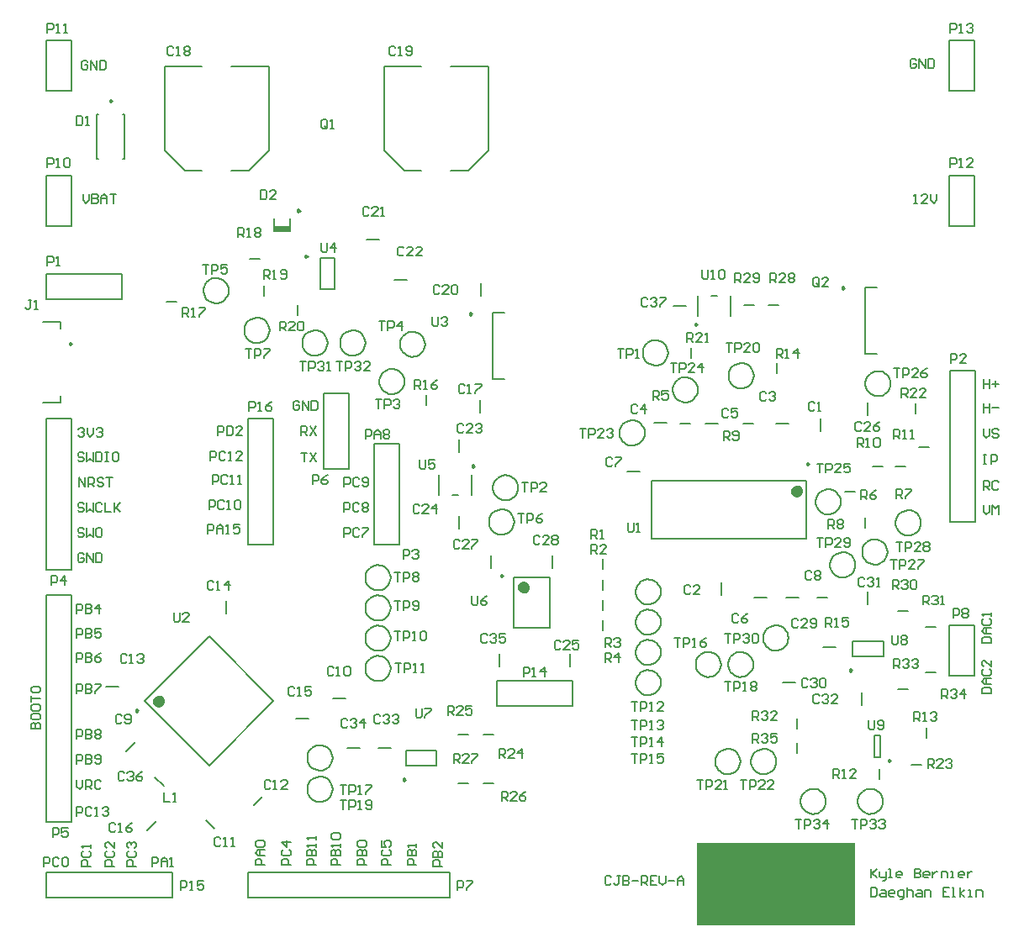
<source format=gto>
G04*
G04 #@! TF.GenerationSoftware,Altium Limited,Altium Designer,18.1.9 (240)*
G04*
G04 Layer_Color=65535*
%FSLAX25Y25*%
%MOIN*%
G70*
G01*
G75*
%ADD10C,0.00984*%
%ADD11C,0.01000*%
%ADD12C,0.02362*%
%ADD13C,0.00787*%
%ADD14C,0.00600*%
%ADD15C,0.00800*%
%ADD16R,0.62500X0.33000*%
%ADD17R,0.06248X0.02000*%
D10*
X27966Y232182D02*
X27228Y232608D01*
Y231756D01*
X27966Y232182D01*
X352748Y66923D02*
X352010Y67349D01*
Y66497D01*
X352748Y66923D01*
X337300Y102770D02*
X336562Y103196D01*
Y102344D01*
X337300Y102770D01*
X160238Y59336D02*
X159500Y59762D01*
Y58910D01*
X160238Y59336D01*
X198984Y140228D02*
X198246Y140655D01*
Y139802D01*
X198984Y140228D01*
X121528Y266890D02*
X120789Y267316D01*
Y266464D01*
X121528Y266890D01*
X186617Y244115D02*
X185878Y244541D01*
Y243689D01*
X186617Y244115D01*
X54457Y86742D02*
X53719Y87168D01*
Y86316D01*
X54457Y86742D01*
X320242Y184491D02*
X319503Y184917D01*
Y184064D01*
X320242Y184491D01*
X334260Y254315D02*
X333522Y254741D01*
Y253889D01*
X334260Y254315D01*
X118492Y285035D02*
X117754Y285462D01*
Y284609D01*
X118492Y285035D01*
X43992Y328575D02*
X43254Y329001D01*
Y328149D01*
X43992Y328575D01*
D11*
X276109Y239885D02*
X275438Y240273D01*
Y239498D01*
X276109Y239885D01*
X187747Y183700D02*
X187076Y184087D01*
Y183313D01*
X187747Y183700D01*
D12*
X208335Y135602D02*
X207890Y136526D01*
X206891Y136754D01*
X206089Y136115D01*
Y135090D01*
X206891Y134451D01*
X207890Y134679D01*
X208335Y135602D01*
X63637Y90500D02*
X63192Y91423D01*
X62193Y91651D01*
X61392Y91013D01*
Y89987D01*
X62193Y89349D01*
X63192Y89577D01*
X63637Y90500D01*
X316659Y173861D02*
X316214Y174784D01*
X315215Y175012D01*
X314414Y174373D01*
Y173348D01*
X315215Y172709D01*
X316214Y172937D01*
X316659Y173861D01*
D13*
X327100Y50700D02*
X326998Y51706D01*
X326695Y52672D01*
X326204Y53556D01*
X325545Y54324D01*
X324745Y54943D01*
X323836Y55389D01*
X322857Y55642D01*
X321847Y55694D01*
X320847Y55540D01*
X319898Y55189D01*
X319040Y54654D01*
X318306Y53957D01*
X317728Y53127D01*
X317329Y52197D01*
X317126Y51206D01*
Y50194D01*
X317329Y49203D01*
X317728Y48274D01*
X318306Y47443D01*
X319040Y46746D01*
X319898Y46211D01*
X320847Y45860D01*
X321847Y45706D01*
X322857Y45758D01*
X323836Y46011D01*
X324745Y46457D01*
X325545Y47076D01*
X326204Y47844D01*
X326695Y48728D01*
X326998Y49694D01*
X327100Y50700D01*
X349693D02*
X349590Y51706D01*
X349288Y52672D01*
X348797Y53556D01*
X348138Y54324D01*
X347338Y54943D01*
X346429Y55389D01*
X345450Y55642D01*
X344440Y55694D01*
X343440Y55540D01*
X342491Y55189D01*
X341632Y54654D01*
X340899Y53957D01*
X340321Y53127D01*
X339922Y52197D01*
X339719Y51206D01*
Y50194D01*
X339922Y49203D01*
X340321Y48274D01*
X340899Y47443D01*
X341632Y46746D01*
X342491Y46211D01*
X343440Y45860D01*
X344440Y45706D01*
X345450Y45758D01*
X346429Y46011D01*
X347338Y46457D01*
X348138Y47076D01*
X348797Y47844D01*
X349288Y48728D01*
X349590Y49694D01*
X349693Y50700D01*
X144500Y232500D02*
X144398Y233506D01*
X144095Y234472D01*
X143604Y235356D01*
X142945Y236124D01*
X142145Y236743D01*
X141236Y237189D01*
X140257Y237442D01*
X139247Y237494D01*
X138247Y237340D01*
X137298Y236989D01*
X136440Y236454D01*
X135706Y235757D01*
X135128Y234927D01*
X134729Y233997D01*
X134526Y233006D01*
Y231994D01*
X134729Y231003D01*
X135128Y230073D01*
X135706Y229243D01*
X136440Y228546D01*
X137298Y228011D01*
X138247Y227660D01*
X139247Y227506D01*
X140257Y227558D01*
X141236Y227811D01*
X142145Y228257D01*
X142945Y228876D01*
X143604Y229644D01*
X144095Y230528D01*
X144398Y231493D01*
X144500Y232500D01*
X129500D02*
X129398Y233506D01*
X129095Y234472D01*
X128604Y235356D01*
X127945Y236124D01*
X127145Y236743D01*
X126236Y237189D01*
X125257Y237442D01*
X124247Y237494D01*
X123247Y237340D01*
X122298Y236989D01*
X121440Y236454D01*
X120706Y235757D01*
X120128Y234927D01*
X119729Y233997D01*
X119526Y233006D01*
Y231994D01*
X119729Y231003D01*
X120128Y230073D01*
X120706Y229243D01*
X121440Y228546D01*
X122298Y228011D01*
X123247Y227660D01*
X124247Y227506D01*
X125257Y227558D01*
X126236Y227811D01*
X127145Y228257D01*
X127945Y228876D01*
X128604Y229644D01*
X129095Y230528D01*
X129398Y231493D01*
X129500Y232500D01*
X312206Y115500D02*
X312104Y116507D01*
X311801Y117472D01*
X311310Y118356D01*
X310651Y119124D01*
X309851Y119743D01*
X308943Y120189D01*
X307963Y120442D01*
X306953Y120494D01*
X305953Y120340D01*
X305004Y119989D01*
X304146Y119454D01*
X303413Y118757D01*
X302835Y117927D01*
X302436Y116997D01*
X302232Y116006D01*
Y114994D01*
X302436Y114003D01*
X302835Y113074D01*
X303413Y112243D01*
X304146Y111546D01*
X305004Y111011D01*
X305953Y110660D01*
X306953Y110506D01*
X307963Y110558D01*
X308943Y110811D01*
X309851Y111257D01*
X310651Y111876D01*
X311310Y112644D01*
X311801Y113528D01*
X312104Y114494D01*
X312206Y115500D01*
X338733Y144500D02*
X338631Y145507D01*
X338328Y146472D01*
X337837Y147356D01*
X337178Y148124D01*
X336378Y148743D01*
X335470Y149189D01*
X334490Y149442D01*
X333480Y149494D01*
X332480Y149340D01*
X331531Y148989D01*
X330673Y148454D01*
X329939Y147757D01*
X329361Y146926D01*
X328962Y145997D01*
X328759Y145006D01*
Y143994D01*
X328962Y143003D01*
X329361Y142074D01*
X329939Y141243D01*
X330673Y140546D01*
X331531Y140011D01*
X332480Y139660D01*
X333480Y139506D01*
X334490Y139558D01*
X335470Y139811D01*
X336378Y140257D01*
X337178Y140876D01*
X337837Y141644D01*
X338328Y142528D01*
X338631Y143493D01*
X338733Y144500D01*
X364733Y161140D02*
X364631Y162147D01*
X364328Y163112D01*
X363837Y163997D01*
X363178Y164764D01*
X362378Y165383D01*
X361470Y165829D01*
X360490Y166083D01*
X359480Y166134D01*
X358480Y165981D01*
X357531Y165629D01*
X356673Y165094D01*
X355939Y164397D01*
X355361Y163567D01*
X354962Y162637D01*
X354759Y161646D01*
Y160634D01*
X354962Y159643D01*
X355361Y158714D01*
X355939Y157883D01*
X356673Y157186D01*
X357531Y156651D01*
X358480Y156300D01*
X359480Y156147D01*
X360490Y156198D01*
X361470Y156451D01*
X362378Y156897D01*
X363178Y157516D01*
X363837Y158284D01*
X364328Y159168D01*
X364631Y160134D01*
X364733Y161140D01*
X351473Y149640D02*
X351371Y150647D01*
X351068Y151612D01*
X350577Y152497D01*
X349918Y153264D01*
X349118Y153883D01*
X348210Y154329D01*
X347230Y154583D01*
X346220Y154634D01*
X345220Y154481D01*
X344271Y154129D01*
X343413Y153594D01*
X342679Y152897D01*
X342102Y152067D01*
X341703Y151137D01*
X341499Y150146D01*
Y149134D01*
X341703Y148143D01*
X342102Y147214D01*
X342679Y146383D01*
X343413Y145686D01*
X344271Y145151D01*
X345220Y144800D01*
X346220Y144647D01*
X347230Y144698D01*
X348210Y144951D01*
X349118Y145397D01*
X349918Y146016D01*
X350577Y146784D01*
X351068Y147668D01*
X351371Y148634D01*
X351473Y149640D01*
X352733Y216380D02*
X352631Y217387D01*
X352328Y218352D01*
X351837Y219237D01*
X351178Y220004D01*
X350378Y220623D01*
X349470Y221069D01*
X348490Y221323D01*
X347480Y221374D01*
X346480Y221221D01*
X345531Y220869D01*
X344672Y220334D01*
X343939Y219637D01*
X343361Y218807D01*
X342962Y217877D01*
X342759Y216886D01*
Y215875D01*
X342962Y214883D01*
X343361Y213954D01*
X343939Y213123D01*
X344672Y212426D01*
X345531Y211891D01*
X346480Y211540D01*
X347480Y211387D01*
X348490Y211438D01*
X349470Y211692D01*
X350378Y212137D01*
X351178Y212756D01*
X351837Y213524D01*
X352328Y214408D01*
X352631Y215374D01*
X352733Y216380D01*
X333000Y169500D02*
X332898Y170507D01*
X332595Y171472D01*
X332104Y172356D01*
X331445Y173124D01*
X330645Y173743D01*
X329736Y174189D01*
X328757Y174442D01*
X327747Y174494D01*
X326747Y174340D01*
X325798Y173989D01*
X324939Y173454D01*
X324206Y172757D01*
X323628Y171926D01*
X323229Y170997D01*
X323026Y170006D01*
Y168994D01*
X323229Y168003D01*
X323628Y167074D01*
X324206Y166243D01*
X324939Y165546D01*
X325798Y165011D01*
X326747Y164660D01*
X327747Y164506D01*
X328757Y164558D01*
X329736Y164811D01*
X330645Y165257D01*
X331445Y165876D01*
X332104Y166644D01*
X332595Y167528D01*
X332898Y168493D01*
X333000Y169500D01*
X276333Y213928D02*
X276231Y214935D01*
X275928Y215900D01*
X275437Y216785D01*
X274778Y217552D01*
X273978Y218172D01*
X273070Y218617D01*
X272090Y218871D01*
X271080Y218922D01*
X270080Y218769D01*
X269131Y218417D01*
X268272Y217882D01*
X267539Y217185D01*
X266961Y216355D01*
X266562Y215425D01*
X266359Y214434D01*
Y213422D01*
X266562Y212432D01*
X266961Y211502D01*
X267539Y210671D01*
X268272Y209975D01*
X269131Y209439D01*
X270080Y209088D01*
X271080Y208935D01*
X272090Y208986D01*
X273070Y209240D01*
X273978Y209685D01*
X274778Y210304D01*
X275437Y211072D01*
X275928Y211957D01*
X276231Y212922D01*
X276333Y213928D01*
X255233Y196845D02*
X255131Y197851D01*
X254828Y198817D01*
X254337Y199701D01*
X253678Y200469D01*
X252878Y201088D01*
X251970Y201534D01*
X250990Y201787D01*
X249980Y201838D01*
X248980Y201685D01*
X248031Y201334D01*
X247172Y200799D01*
X246439Y200102D01*
X245861Y199271D01*
X245462Y198342D01*
X245259Y197351D01*
Y196339D01*
X245462Y195348D01*
X245861Y194418D01*
X246439Y193588D01*
X247172Y192891D01*
X248031Y192356D01*
X248980Y192005D01*
X249980Y191851D01*
X250990Y191902D01*
X251970Y192156D01*
X252878Y192602D01*
X253678Y193221D01*
X254337Y193989D01*
X254828Y194873D01*
X255131Y195838D01*
X255233Y196845D01*
X307400Y66500D02*
X307298Y67506D01*
X306995Y68472D01*
X306504Y69356D01*
X305845Y70124D01*
X305045Y70743D01*
X304136Y71189D01*
X303157Y71442D01*
X302147Y71494D01*
X301147Y71340D01*
X300198Y70989D01*
X299340Y70454D01*
X298606Y69757D01*
X298028Y68927D01*
X297629Y67997D01*
X297426Y67006D01*
Y65994D01*
X297629Y65003D01*
X298028Y64073D01*
X298606Y63243D01*
X299340Y62546D01*
X300198Y62011D01*
X301147Y61660D01*
X302147Y61506D01*
X303157Y61558D01*
X304136Y61811D01*
X305045Y62257D01*
X305845Y62876D01*
X306504Y63644D01*
X306995Y64528D01*
X307298Y65494D01*
X307400Y66500D01*
X293200D02*
X293098Y67506D01*
X292795Y68472D01*
X292304Y69356D01*
X291645Y70124D01*
X290845Y70743D01*
X289936Y71189D01*
X288957Y71442D01*
X287947Y71494D01*
X286947Y71340D01*
X285998Y70989D01*
X285139Y70454D01*
X284406Y69757D01*
X283828Y68927D01*
X283429Y67997D01*
X283226Y67006D01*
Y65994D01*
X283429Y65003D01*
X283828Y64073D01*
X284406Y63243D01*
X285139Y62546D01*
X285998Y62011D01*
X286947Y61660D01*
X287947Y61506D01*
X288957Y61558D01*
X289936Y61811D01*
X290845Y62257D01*
X291645Y62876D01*
X292304Y63644D01*
X292795Y64528D01*
X293098Y65494D01*
X293200Y66500D01*
X298500Y219500D02*
X298398Y220507D01*
X298095Y221472D01*
X297604Y222356D01*
X296945Y223124D01*
X296145Y223743D01*
X295236Y224189D01*
X294257Y224442D01*
X293247Y224494D01*
X292247Y224340D01*
X291298Y223989D01*
X290440Y223454D01*
X289706Y222757D01*
X289128Y221926D01*
X288729Y220997D01*
X288526Y220006D01*
Y218994D01*
X288729Y218003D01*
X289128Y217073D01*
X289706Y216243D01*
X290440Y215546D01*
X291298Y215011D01*
X292247Y214660D01*
X293247Y214506D01*
X294257Y214558D01*
X295236Y214811D01*
X296145Y215257D01*
X296945Y215876D01*
X297604Y216644D01*
X298095Y217528D01*
X298398Y218494D01*
X298500Y219500D01*
X131500Y55500D02*
X131398Y56507D01*
X131095Y57472D01*
X130604Y58356D01*
X129945Y59124D01*
X129145Y59743D01*
X128236Y60189D01*
X127257Y60442D01*
X126247Y60494D01*
X125247Y60340D01*
X124298Y59989D01*
X123440Y59454D01*
X122706Y58757D01*
X122128Y57926D01*
X121729Y56997D01*
X121526Y56006D01*
Y54994D01*
X121729Y54003D01*
X122128Y53074D01*
X122706Y52243D01*
X123440Y51546D01*
X124298Y51011D01*
X125247Y50660D01*
X126247Y50506D01*
X127257Y50558D01*
X128236Y50811D01*
X129145Y51257D01*
X129945Y51876D01*
X130604Y52644D01*
X131095Y53528D01*
X131398Y54493D01*
X131500Y55500D01*
X298240Y105000D02*
X298138Y106007D01*
X297835Y106972D01*
X297344Y107856D01*
X296685Y108624D01*
X295885Y109243D01*
X294977Y109689D01*
X293997Y109942D01*
X292987Y109994D01*
X291987Y109840D01*
X291038Y109489D01*
X290180Y108954D01*
X289446Y108257D01*
X288868Y107427D01*
X288470Y106497D01*
X288266Y105506D01*
Y104494D01*
X288470Y103503D01*
X288868Y102574D01*
X289446Y101743D01*
X290180Y101046D01*
X291038Y100511D01*
X291987Y100160D01*
X292987Y100006D01*
X293997Y100058D01*
X294977Y100311D01*
X295885Y100757D01*
X296685Y101376D01*
X297344Y102144D01*
X297835Y103028D01*
X298138Y103993D01*
X298240Y105000D01*
X131500Y67958D02*
X131398Y68964D01*
X131095Y69929D01*
X130604Y70814D01*
X129945Y71581D01*
X129145Y72201D01*
X128236Y72646D01*
X127257Y72900D01*
X126247Y72951D01*
X125247Y72798D01*
X124298Y72447D01*
X123440Y71911D01*
X122706Y71214D01*
X122128Y70384D01*
X121729Y69454D01*
X121526Y68463D01*
Y67452D01*
X121729Y66461D01*
X122128Y65531D01*
X122706Y64701D01*
X123440Y64004D01*
X124298Y63468D01*
X125247Y63117D01*
X126247Y62964D01*
X127257Y63015D01*
X128236Y63269D01*
X129145Y63714D01*
X129945Y64333D01*
X130604Y65101D01*
X131095Y65986D01*
X131398Y66951D01*
X131500Y67958D01*
X285500Y105000D02*
X285398Y106007D01*
X285095Y106972D01*
X284604Y107856D01*
X283945Y108624D01*
X283145Y109243D01*
X282237Y109689D01*
X281257Y109942D01*
X280247Y109994D01*
X279247Y109840D01*
X278298Y109489D01*
X277439Y108954D01*
X276706Y108257D01*
X276128Y107427D01*
X275729Y106497D01*
X275526Y105506D01*
Y104494D01*
X275729Y103503D01*
X276128Y102574D01*
X276706Y101743D01*
X277439Y101046D01*
X278298Y100511D01*
X279247Y100160D01*
X280247Y100006D01*
X281257Y100058D01*
X282237Y100311D01*
X283145Y100757D01*
X283945Y101376D01*
X284604Y102144D01*
X285095Y103028D01*
X285398Y103993D01*
X285500Y105000D01*
X261600Y97767D02*
X261498Y98773D01*
X261195Y99739D01*
X260704Y100623D01*
X260045Y101391D01*
X259245Y102010D01*
X258336Y102456D01*
X257357Y102709D01*
X256347Y102761D01*
X255347Y102607D01*
X254398Y102256D01*
X253539Y101721D01*
X252806Y101024D01*
X252228Y100194D01*
X251829Y99264D01*
X251626Y98273D01*
Y97261D01*
X251829Y96270D01*
X252228Y95340D01*
X252806Y94510D01*
X253539Y93813D01*
X254398Y93278D01*
X255347Y92927D01*
X256347Y92773D01*
X257357Y92825D01*
X258336Y93078D01*
X259245Y93524D01*
X260045Y94143D01*
X260704Y94911D01*
X261195Y95795D01*
X261498Y96760D01*
X261600Y97767D01*
Y109767D02*
X261498Y110773D01*
X261195Y111739D01*
X260704Y112623D01*
X260045Y113391D01*
X259245Y114010D01*
X258336Y114456D01*
X257357Y114709D01*
X256347Y114760D01*
X255347Y114607D01*
X254398Y114256D01*
X253539Y113721D01*
X252806Y113024D01*
X252228Y112194D01*
X251829Y111264D01*
X251626Y110273D01*
Y109261D01*
X251829Y108270D01*
X252228Y107340D01*
X252806Y106510D01*
X253539Y105813D01*
X254398Y105278D01*
X255347Y104927D01*
X256347Y104773D01*
X257357Y104825D01*
X258336Y105078D01*
X259245Y105524D01*
X260045Y106143D01*
X260704Y106911D01*
X261195Y107795D01*
X261498Y108760D01*
X261600Y109767D01*
Y121767D02*
X261498Y122773D01*
X261195Y123739D01*
X260704Y124623D01*
X260045Y125391D01*
X259245Y126010D01*
X258336Y126456D01*
X257357Y126709D01*
X256347Y126760D01*
X255347Y126607D01*
X254398Y126256D01*
X253539Y125721D01*
X252806Y125024D01*
X252228Y124194D01*
X251829Y123264D01*
X251626Y122273D01*
Y121261D01*
X251829Y120270D01*
X252228Y119340D01*
X252806Y118510D01*
X253539Y117813D01*
X254398Y117278D01*
X255347Y116927D01*
X256347Y116773D01*
X257357Y116825D01*
X258336Y117078D01*
X259245Y117524D01*
X260045Y118143D01*
X260704Y118911D01*
X261195Y119795D01*
X261498Y120761D01*
X261600Y121767D01*
Y133767D02*
X261498Y134773D01*
X261195Y135739D01*
X260704Y136623D01*
X260045Y137391D01*
X259245Y138010D01*
X258336Y138456D01*
X257357Y138709D01*
X256347Y138760D01*
X255347Y138607D01*
X254398Y138256D01*
X253539Y137721D01*
X252806Y137024D01*
X252228Y136194D01*
X251829Y135264D01*
X251626Y134273D01*
Y133261D01*
X251829Y132270D01*
X252228Y131340D01*
X252806Y130510D01*
X253539Y129813D01*
X254398Y129278D01*
X255347Y128927D01*
X256347Y128773D01*
X257357Y128825D01*
X258336Y129078D01*
X259245Y129524D01*
X260045Y130143D01*
X260704Y130911D01*
X261195Y131795D01*
X261498Y132761D01*
X261600Y133767D01*
X154500Y103382D02*
X154398Y104388D01*
X154095Y105354D01*
X153604Y106238D01*
X152945Y107006D01*
X152145Y107625D01*
X151236Y108071D01*
X150257Y108324D01*
X149247Y108376D01*
X148247Y108222D01*
X147298Y107871D01*
X146440Y107336D01*
X145706Y106639D01*
X145128Y105808D01*
X144729Y104879D01*
X144526Y103888D01*
Y102876D01*
X144729Y101885D01*
X145128Y100955D01*
X145706Y100125D01*
X146440Y99428D01*
X147298Y98893D01*
X148247Y98541D01*
X149247Y98388D01*
X150257Y98440D01*
X151236Y98693D01*
X152145Y99139D01*
X152945Y99758D01*
X153604Y100525D01*
X154095Y101410D01*
X154398Y102375D01*
X154500Y103382D01*
Y115382D02*
X154398Y116388D01*
X154095Y117354D01*
X153604Y118238D01*
X152945Y119006D01*
X152145Y119625D01*
X151236Y120071D01*
X150257Y120324D01*
X149247Y120376D01*
X148247Y120222D01*
X147298Y119871D01*
X146440Y119336D01*
X145706Y118639D01*
X145128Y117808D01*
X144729Y116879D01*
X144526Y115888D01*
Y114876D01*
X144729Y113885D01*
X145128Y112955D01*
X145706Y112125D01*
X146440Y111428D01*
X147298Y110893D01*
X148247Y110541D01*
X149247Y110388D01*
X150257Y110440D01*
X151236Y110693D01*
X152145Y111139D01*
X152945Y111758D01*
X153604Y112525D01*
X154095Y113410D01*
X154398Y114375D01*
X154500Y115382D01*
Y127382D02*
X154398Y128388D01*
X154095Y129354D01*
X153604Y130238D01*
X152945Y131006D01*
X152145Y131625D01*
X151236Y132071D01*
X150257Y132324D01*
X149247Y132376D01*
X148247Y132222D01*
X147298Y131871D01*
X146440Y131336D01*
X145706Y130639D01*
X145128Y129808D01*
X144729Y128879D01*
X144526Y127888D01*
Y126876D01*
X144729Y125885D01*
X145128Y124955D01*
X145706Y124125D01*
X146440Y123428D01*
X147298Y122893D01*
X148247Y122541D01*
X149247Y122388D01*
X150257Y122440D01*
X151236Y122693D01*
X152145Y123139D01*
X152945Y123758D01*
X153604Y124525D01*
X154095Y125410D01*
X154398Y126375D01*
X154500Y127382D01*
Y139382D02*
X154398Y140388D01*
X154095Y141354D01*
X153604Y142238D01*
X152945Y143006D01*
X152145Y143625D01*
X151236Y144071D01*
X150257Y144324D01*
X149247Y144376D01*
X148247Y144222D01*
X147298Y143871D01*
X146440Y143336D01*
X145706Y142639D01*
X145128Y141808D01*
X144729Y140879D01*
X144526Y139888D01*
Y138876D01*
X144729Y137885D01*
X145128Y136955D01*
X145706Y136125D01*
X146440Y135428D01*
X147298Y134893D01*
X148247Y134541D01*
X149247Y134388D01*
X150257Y134440D01*
X151236Y134693D01*
X152145Y135139D01*
X152945Y135758D01*
X153604Y136525D01*
X154095Y137410D01*
X154398Y138375D01*
X154500Y139382D01*
X106500Y237500D02*
X106398Y238507D01*
X106095Y239472D01*
X105604Y240356D01*
X104945Y241124D01*
X104145Y241743D01*
X103236Y242189D01*
X102257Y242442D01*
X101247Y242494D01*
X100247Y242340D01*
X99298Y241989D01*
X98440Y241454D01*
X97706Y240757D01*
X97128Y239927D01*
X96729Y238997D01*
X96526Y238006D01*
Y236994D01*
X96729Y236003D01*
X97128Y235073D01*
X97706Y234243D01*
X98440Y233546D01*
X99298Y233011D01*
X100247Y232660D01*
X101247Y232506D01*
X102257Y232558D01*
X103236Y232811D01*
X104145Y233257D01*
X104945Y233876D01*
X105604Y234644D01*
X106095Y235528D01*
X106398Y236493D01*
X106500Y237500D01*
X203500Y161500D02*
X203398Y162506D01*
X203095Y163472D01*
X202604Y164356D01*
X201945Y165124D01*
X201145Y165743D01*
X200237Y166189D01*
X199257Y166442D01*
X198247Y166494D01*
X197247Y166340D01*
X196298Y165989D01*
X195440Y165454D01*
X194706Y164757D01*
X194128Y163926D01*
X193729Y162997D01*
X193526Y162006D01*
Y160994D01*
X193729Y160003D01*
X194128Y159073D01*
X194706Y158243D01*
X195440Y157546D01*
X196298Y157011D01*
X197247Y156660D01*
X198247Y156506D01*
X199257Y156558D01*
X200237Y156811D01*
X201145Y157257D01*
X201945Y157876D01*
X202604Y158644D01*
X203095Y159528D01*
X203398Y160494D01*
X203500Y161500D01*
X90240Y253240D02*
X90138Y254247D01*
X89835Y255212D01*
X89344Y256097D01*
X88685Y256864D01*
X87885Y257483D01*
X86977Y257929D01*
X85997Y258183D01*
X84987Y258234D01*
X83987Y258081D01*
X83038Y257729D01*
X82180Y257194D01*
X81446Y256497D01*
X80868Y255667D01*
X80470Y254737D01*
X80266Y253746D01*
Y252734D01*
X80470Y251743D01*
X80868Y250814D01*
X81446Y249983D01*
X82180Y249286D01*
X83038Y248751D01*
X83987Y248400D01*
X84987Y248247D01*
X85997Y248298D01*
X86977Y248551D01*
X87885Y248997D01*
X88685Y249616D01*
X89344Y250384D01*
X89835Y251268D01*
X90138Y252234D01*
X90240Y253240D01*
X168200Y232000D02*
X168098Y233007D01*
X167795Y233972D01*
X167304Y234856D01*
X166645Y235624D01*
X165845Y236243D01*
X164936Y236689D01*
X163957Y236942D01*
X162947Y236994D01*
X161947Y236840D01*
X160998Y236489D01*
X160140Y235954D01*
X159406Y235257D01*
X158828Y234426D01*
X158429Y233497D01*
X158226Y232506D01*
Y231494D01*
X158429Y230503D01*
X158828Y229573D01*
X159406Y228743D01*
X160140Y228046D01*
X160998Y227511D01*
X161947Y227160D01*
X162947Y227006D01*
X163957Y227058D01*
X164936Y227311D01*
X165845Y227757D01*
X166645Y228376D01*
X167304Y229144D01*
X167795Y230028D01*
X168098Y230994D01*
X168200Y232000D01*
X160000Y217206D02*
X159898Y218213D01*
X159595Y219178D01*
X159104Y220063D01*
X158445Y220830D01*
X157645Y221449D01*
X156737Y221895D01*
X155757Y222149D01*
X154747Y222200D01*
X153747Y222047D01*
X152798Y221695D01*
X151939Y221160D01*
X151206Y220463D01*
X150628Y219633D01*
X150229Y218703D01*
X150026Y217712D01*
Y216700D01*
X150229Y215709D01*
X150628Y214780D01*
X151206Y213949D01*
X151939Y213252D01*
X152798Y212717D01*
X153747Y212366D01*
X154747Y212213D01*
X155757Y212264D01*
X156737Y212517D01*
X157645Y212963D01*
X158445Y213582D01*
X159104Y214350D01*
X159595Y215234D01*
X159898Y216200D01*
X160000Y217206D01*
X205050Y175050D02*
X204948Y176057D01*
X204645Y177022D01*
X204154Y177906D01*
X203495Y178674D01*
X202695Y179293D01*
X201786Y179739D01*
X200807Y179992D01*
X199797Y180044D01*
X198797Y179890D01*
X197848Y179539D01*
X196990Y179004D01*
X196256Y178307D01*
X195678Y177477D01*
X195279Y176547D01*
X195076Y175556D01*
Y174544D01*
X195279Y173553D01*
X195678Y172624D01*
X196256Y171793D01*
X196990Y171096D01*
X197848Y170561D01*
X198797Y170210D01*
X199797Y170056D01*
X200807Y170108D01*
X201786Y170361D01*
X202695Y170807D01*
X203495Y171426D01*
X204154Y172194D01*
X204645Y173078D01*
X204948Y174044D01*
X205050Y175050D01*
X264500Y228584D02*
X264398Y229591D01*
X264095Y230556D01*
X263604Y231441D01*
X262945Y232208D01*
X262145Y232827D01*
X261237Y233273D01*
X260257Y233527D01*
X259247Y233578D01*
X258247Y233425D01*
X257298Y233073D01*
X256439Y232538D01*
X255706Y231841D01*
X255128Y231011D01*
X254729Y230081D01*
X254526Y229090D01*
Y228078D01*
X254729Y227087D01*
X255128Y226158D01*
X255706Y225327D01*
X256439Y224630D01*
X257298Y224095D01*
X258247Y223744D01*
X259247Y223591D01*
X260257Y223642D01*
X261237Y223896D01*
X262145Y224341D01*
X262945Y224960D01*
X263604Y225728D01*
X264095Y226612D01*
X264398Y227578D01*
X264500Y228584D01*
X16783Y240815D02*
X23476D01*
Y238071D02*
Y240815D01*
Y208949D02*
Y211693D01*
X16783Y208949D02*
X23476D01*
X18000Y12500D02*
Y22500D01*
X68000D01*
X18000Y12500D02*
X68000D01*
Y22500D01*
X138000Y182500D02*
Y212500D01*
X128000D02*
X138000D01*
X128000Y182500D02*
Y212500D01*
Y182500D02*
X138000D01*
X98000Y12500D02*
Y22500D01*
X178000D01*
Y12500D02*
Y22500D01*
X98000Y12500D02*
X178000D01*
X18000Y142500D02*
X28000D01*
X18000Y202500D02*
X28000D01*
Y142500D02*
Y202500D01*
X18000Y142500D02*
Y202500D01*
X98000Y152500D02*
X108000D01*
X98000D02*
Y202500D01*
X108000Y152500D02*
Y202500D01*
X98000D02*
X108000D01*
X18000Y42500D02*
X28000D01*
X18000D02*
Y132500D01*
X28000D01*
Y42500D02*
Y132500D01*
X148000Y152500D02*
X158000D01*
X148000D02*
Y192500D01*
X158000Y152500D02*
Y192500D01*
X148000D02*
X158000D01*
X346252Y68202D02*
Y76864D01*
X348614Y68202D02*
Y76864D01*
X346252D02*
X348614D01*
X346252Y68202D02*
X348614D01*
X337595Y108282D02*
X349800D01*
X337595Y114187D02*
X349800D01*
X337595Y108282D02*
Y114187D01*
X349800Y108282D02*
Y114187D01*
X160533Y64848D02*
X172738D01*
X160533Y70754D02*
X172738D01*
X160533Y64848D02*
Y70754D01*
X172738Y64848D02*
Y70754D01*
X203217Y119461D02*
X217783D01*
X203217Y139539D02*
X217783D01*
Y119461D02*
Y139539D01*
X203217Y119461D02*
Y139539D01*
X126547Y253898D02*
Y266102D01*
X132453Y253898D02*
Y266102D01*
X126547D02*
X132453D01*
X126547Y253898D02*
X132453D01*
X194983Y218111D02*
X199707D01*
X194983D02*
Y244489D01*
X199707D01*
X82500Y64888D02*
X108112Y90500D01*
X56888D02*
X82500Y116112D01*
X108112Y90500D01*
X56888D02*
X82500Y64888D01*
X257998Y177798D02*
X319415D01*
X257998Y154963D02*
X319415D01*
Y177798D01*
X257998Y154963D02*
Y177798D01*
X342626Y228311D02*
X347350D01*
X342626D02*
Y254689D01*
X347350D01*
X196500Y98500D02*
X226500D01*
X196500Y88500D02*
Y98500D01*
Y88500D02*
X226500D01*
Y98500D01*
X376000Y352500D02*
X386000D01*
Y332500D02*
Y352500D01*
X376000Y332500D02*
X386000D01*
X376000D02*
Y352500D01*
Y299000D02*
X386000D01*
Y279000D02*
Y299000D01*
X376000Y279000D02*
X386000D01*
X376000D02*
Y299000D01*
X18000Y352500D02*
X28000D01*
Y332500D02*
Y352500D01*
X18000Y332500D02*
X28000D01*
X18000D02*
Y352500D01*
Y299000D02*
X28000D01*
Y279000D02*
Y299000D01*
X18000Y279000D02*
X28000D01*
X18000D02*
Y299000D01*
X376000Y100626D02*
X386000D01*
X376000D02*
Y120626D01*
X386000D01*
Y100626D02*
Y120626D01*
X376233Y221540D02*
X386233D01*
X376233Y161540D02*
X386233D01*
X376233D02*
Y221540D01*
X386233Y161540D02*
Y221540D01*
X18000Y260000D02*
X48000D01*
X18000Y250000D02*
Y260000D01*
Y250000D02*
X48000D01*
Y260000D01*
X108449Y277000D02*
X114551D01*
X108449D02*
Y282000D01*
X114551Y277000D02*
Y282000D01*
X37988Y305642D02*
X38579D01*
X37988Y323358D02*
X38579D01*
X48421Y305642D02*
X49012D01*
X48421Y323358D02*
X49012D01*
X37988Y305642D02*
Y323358D01*
X49012Y305642D02*
Y323358D01*
X193169Y308852D02*
Y342169D01*
X178307D02*
X193169D01*
X151831D02*
X166693D01*
X151831Y308852D02*
Y342169D01*
X178307Y300831D02*
X185148D01*
X193169Y308852D01*
X151831D02*
X159852Y300831D01*
X166693D01*
X106169Y308852D02*
Y342169D01*
X91307D02*
X106169D01*
X64831D02*
X79693D01*
X64831Y308852D02*
Y342169D01*
X91307Y300831D02*
X98148D01*
X106169Y308852D01*
X64831D02*
X72852Y300831D01*
X79693D01*
D14*
X276261Y243336D02*
Y251236D01*
X281531D02*
X283992D01*
X289261Y243336D02*
Y251236D01*
X186700Y172350D02*
Y180250D01*
X178970Y172350D02*
X181430D01*
X173700D02*
Y180250D01*
D15*
X315760Y70000D02*
Y74000D01*
X366698Y101734D02*
X370698D01*
X355635Y95235D02*
X359635D01*
X315760Y79500D02*
Y83500D01*
X366698Y119734D02*
X370698D01*
X355698Y126234D02*
X359698D01*
X294535Y247500D02*
X298535D01*
X304206D02*
X308206D01*
X181292Y57958D02*
X185292D01*
X191135D02*
X195135D01*
X181292Y77258D02*
X185292D01*
X191135D02*
X195135D01*
X361066Y65200D02*
X365066D01*
X362733Y204540D02*
Y208540D01*
X273492Y226584D02*
Y230584D01*
X117500Y243500D02*
Y247500D01*
X104240Y251240D02*
Y255240D01*
X98465Y265760D02*
X102465D01*
X65500Y248795D02*
X69500D01*
X168500Y208000D02*
Y212000D01*
X323706Y131380D02*
X327706D01*
X307500Y220500D02*
Y224500D01*
X366933Y75891D02*
Y79891D01*
X348433Y59460D02*
Y63460D01*
X363933Y191240D02*
X367933D01*
X345733Y183640D02*
X349733D01*
X294206Y200380D02*
X298206D01*
X342733Y159140D02*
Y163140D01*
X354733Y183640D02*
X358733D01*
X334733Y173640D02*
X338733D01*
X269333Y200464D02*
X273333D01*
X238650Y118500D02*
Y122500D01*
Y126500D02*
Y130500D01*
Y134500D02*
Y138500D01*
Y143000D02*
Y147000D01*
X266761Y247286D02*
X271761D01*
X61106Y60268D02*
X64641Y56732D01*
X197657Y104126D02*
Y109126D01*
X137400Y71957D02*
X142400D01*
X149635D02*
X154635D01*
X341198Y88735D02*
Y93735D01*
X343698Y128734D02*
Y133734D01*
X310000Y98000D02*
X315000D01*
X326000Y112000D02*
X331000D01*
X218500Y143235D02*
Y148235D01*
X194392Y143300D02*
Y148300D01*
X343733Y204040D02*
Y209040D01*
X225657Y104126D02*
Y109126D01*
X181700Y159000D02*
Y164000D01*
Y189300D02*
Y194300D01*
X155900Y257600D02*
X160900D01*
X145000Y273500D02*
X150000D01*
X190357Y251300D02*
Y256300D01*
X189857Y204800D02*
Y209800D01*
X58106Y39232D02*
X61641Y42768D01*
X117000Y83500D02*
X122000D01*
X89149Y125200D02*
Y130200D01*
X41500Y96300D02*
X46500D01*
X100232Y49132D02*
X103768Y52668D01*
X81232Y43268D02*
X84768Y39732D01*
X131500Y91700D02*
X136500D01*
X49632Y70532D02*
X53168Y74068D01*
X311206Y131380D02*
X316206D01*
X248333Y181380D02*
X253333D01*
X298706Y131380D02*
X303706D01*
X279206Y200380D02*
X284206D01*
X258833Y200880D02*
X263833D01*
X307171Y200380D02*
X312171D01*
X285706Y132380D02*
Y137380D01*
X325013Y197640D02*
Y202640D01*
X344800Y24037D02*
Y20438D01*
Y21637D01*
X347199Y24037D01*
X345400Y22237D01*
X347199Y20438D01*
X348399Y22837D02*
Y21038D01*
X348999Y20438D01*
X350798D01*
Y19838D01*
X350198Y19238D01*
X349599D01*
X350798Y20438D02*
Y22837D01*
X351998Y20438D02*
X353197D01*
X352597D01*
Y24037D01*
X351998D01*
X356796Y20438D02*
X355596D01*
X354997Y21038D01*
Y22237D01*
X355596Y22837D01*
X356796D01*
X357396Y22237D01*
Y21637D01*
X354997D01*
X362194Y24037D02*
Y20438D01*
X363994D01*
X364594Y21038D01*
Y21637D01*
X363994Y22237D01*
X362194D01*
X363994D01*
X364594Y22837D01*
Y23437D01*
X363994Y24037D01*
X362194D01*
X367593Y20438D02*
X366393D01*
X365793Y21038D01*
Y22237D01*
X366393Y22837D01*
X367593D01*
X368193Y22237D01*
Y21637D01*
X365793D01*
X369392Y22837D02*
Y20438D01*
Y21637D01*
X369992Y22237D01*
X370592Y22837D01*
X371192D01*
X372991Y20438D02*
Y22837D01*
X374790D01*
X375390Y22237D01*
Y20438D01*
X376590D02*
X377789D01*
X377190D01*
Y22837D01*
X376590D01*
X381388Y20438D02*
X380189D01*
X379589Y21038D01*
Y22237D01*
X380189Y22837D01*
X381388D01*
X381988Y22237D01*
Y21637D01*
X379589D01*
X383188Y22837D02*
Y20438D01*
Y21637D01*
X383787Y22237D01*
X384387Y22837D01*
X384987D01*
X344800Y16598D02*
Y13000D01*
X346599D01*
X347199Y13599D01*
Y15999D01*
X346599Y16598D01*
X344800D01*
X348999Y15399D02*
X350198D01*
X350798Y14799D01*
Y13000D01*
X348999D01*
X348399Y13599D01*
X348999Y14199D01*
X350798D01*
X353797Y13000D02*
X352597D01*
X351998Y13599D01*
Y14799D01*
X352597Y15399D01*
X353797D01*
X354397Y14799D01*
Y14199D01*
X351998D01*
X356796Y11800D02*
X357396D01*
X357996Y12400D01*
Y15399D01*
X356196D01*
X355596Y14799D01*
Y13599D01*
X356196Y13000D01*
X357996D01*
X359195Y16598D02*
Y13000D01*
Y14799D01*
X359795Y15399D01*
X360995D01*
X361595Y14799D01*
Y13000D01*
X363394Y15399D02*
X364594D01*
X365193Y14799D01*
Y13000D01*
X363394D01*
X362794Y13599D01*
X363394Y14199D01*
X365193D01*
X366393Y13000D02*
Y15399D01*
X368193D01*
X368792Y14799D01*
Y13000D01*
X375990Y16598D02*
X373591D01*
Y13000D01*
X375990D01*
X373591Y14799D02*
X374790D01*
X377190Y13000D02*
X378389D01*
X377789D01*
Y16598D01*
X377190D01*
X380189Y13000D02*
Y16598D01*
Y14199D02*
X381988Y15399D01*
X380189Y14199D02*
X381988Y13000D01*
X383787D02*
X384987D01*
X384387D01*
Y15399D01*
X383787D01*
X386787Y13000D02*
Y15399D01*
X388586D01*
X389186Y14799D01*
Y13000D01*
X12096Y249599D02*
X10897D01*
X11496D01*
Y246600D01*
X10897Y246000D01*
X10297D01*
X9697Y246600D01*
X13296Y246000D02*
X14495D01*
X13895D01*
Y249599D01*
X13296Y248999D01*
X241899Y20499D02*
X241299Y21099D01*
X240100D01*
X239500Y20499D01*
Y18100D01*
X240100Y17500D01*
X241299D01*
X241899Y18100D01*
X245498Y21099D02*
X244299D01*
X244898D01*
Y18100D01*
X244299Y17500D01*
X243699D01*
X243099Y18100D01*
X246698Y21099D02*
Y17500D01*
X248497D01*
X249097Y18100D01*
Y18700D01*
X248497Y19299D01*
X246698D01*
X248497D01*
X249097Y19899D01*
Y20499D01*
X248497Y21099D01*
X246698D01*
X250296Y19299D02*
X252696D01*
X253895Y17500D02*
Y21099D01*
X255695D01*
X256295Y20499D01*
Y19299D01*
X255695Y18700D01*
X253895D01*
X255095D02*
X256295Y17500D01*
X259893Y21099D02*
X257494D01*
Y17500D01*
X259893D01*
X257494Y19299D02*
X258694D01*
X261093Y21099D02*
Y18700D01*
X262293Y17500D01*
X263492Y18700D01*
Y21099D01*
X264692Y19299D02*
X267091D01*
X268291Y17500D02*
Y19899D01*
X269490Y21099D01*
X270690Y19899D01*
Y17500D01*
Y19299D01*
X268291D01*
X388901Y93500D02*
X392500D01*
Y95299D01*
X391900Y95899D01*
X389501D01*
X388901Y95299D01*
Y93500D01*
X392500Y97099D02*
X390101D01*
X388901Y98299D01*
X390101Y99498D01*
X392500D01*
X390701D01*
Y97099D01*
X389501Y103097D02*
X388901Y102497D01*
Y101297D01*
X389501Y100698D01*
X391900D01*
X392500Y101297D01*
Y102497D01*
X391900Y103097D01*
X392500Y106696D02*
Y104297D01*
X390101Y106696D01*
X389501D01*
X388901Y106096D01*
Y104896D01*
X389501Y104297D01*
X388901Y113500D02*
X392500D01*
Y115299D01*
X391900Y115899D01*
X389501D01*
X388901Y115299D01*
Y113500D01*
X392500Y117099D02*
X390101D01*
X388901Y118298D01*
X390101Y119498D01*
X392500D01*
X390701D01*
Y117099D01*
X389501Y123097D02*
X388901Y122497D01*
Y121298D01*
X389501Y120698D01*
X391900D01*
X392500Y121298D01*
Y122497D01*
X391900Y123097D01*
X392500Y124296D02*
Y125496D01*
Y124896D01*
X388901D01*
X389501Y124296D01*
X30000Y45000D02*
Y48599D01*
X31799D01*
X32399Y47999D01*
Y46799D01*
X31799Y46200D01*
X30000D01*
X35998Y47999D02*
X35398Y48599D01*
X34199D01*
X33599Y47999D01*
Y45600D01*
X34199Y45000D01*
X35398D01*
X35998Y45600D01*
X37198Y45000D02*
X38397D01*
X37797D01*
Y48599D01*
X37198Y47999D01*
X40197D02*
X40797Y48599D01*
X41996D01*
X42596Y47999D01*
Y47399D01*
X41996Y46799D01*
X41396D01*
X41996D01*
X42596Y46200D01*
Y45600D01*
X41996Y45000D01*
X40797D01*
X40197Y45600D01*
X30000Y59049D02*
Y56650D01*
X31200Y55450D01*
X32399Y56650D01*
Y59049D01*
X33599Y55450D02*
Y59049D01*
X35398D01*
X35998Y58449D01*
Y57249D01*
X35398Y56650D01*
X33599D01*
X34798D02*
X35998Y55450D01*
X39597Y58449D02*
X38997Y59049D01*
X37797D01*
X37198Y58449D01*
Y56050D01*
X37797Y55450D01*
X38997D01*
X39597Y56050D01*
X30000Y65600D02*
Y69199D01*
X31799D01*
X32399Y68599D01*
Y67399D01*
X31799Y66800D01*
X30000D01*
X33599Y69199D02*
Y65600D01*
X35398D01*
X35998Y66200D01*
Y66800D01*
X35398Y67399D01*
X33599D01*
X35398D01*
X35998Y67999D01*
Y68599D01*
X35398Y69199D01*
X33599D01*
X37198Y66200D02*
X37797Y65600D01*
X38997D01*
X39597Y66200D01*
Y68599D01*
X38997Y69199D01*
X37797D01*
X37198Y68599D01*
Y67999D01*
X37797Y67399D01*
X39597D01*
X30000Y75500D02*
Y79099D01*
X31799D01*
X32399Y78499D01*
Y77299D01*
X31799Y76700D01*
X30000D01*
X33599Y79099D02*
Y75500D01*
X35398D01*
X35998Y76100D01*
Y76700D01*
X35398Y77299D01*
X33599D01*
X35398D01*
X35998Y77899D01*
Y78499D01*
X35398Y79099D01*
X33599D01*
X37198Y78499D02*
X37797Y79099D01*
X38997D01*
X39597Y78499D01*
Y77899D01*
X38997Y77299D01*
X39597Y76700D01*
Y76100D01*
X38997Y75500D01*
X37797D01*
X37198Y76100D01*
Y76700D01*
X37797Y77299D01*
X37198Y77899D01*
Y78499D01*
X37797Y77299D02*
X38997D01*
X11901Y79500D02*
X15500D01*
Y81299D01*
X14900Y81899D01*
X14300D01*
X13701Y81299D01*
Y79500D01*
Y81299D01*
X13101Y81899D01*
X12501D01*
X11901Y81299D01*
Y79500D01*
Y84898D02*
Y83699D01*
X12501Y83099D01*
X14900D01*
X15500Y83699D01*
Y84898D01*
X14900Y85498D01*
X12501D01*
X11901Y84898D01*
Y88497D02*
Y87297D01*
X12501Y86698D01*
X14900D01*
X15500Y87297D01*
Y88497D01*
X14900Y89097D01*
X12501D01*
X11901Y88497D01*
Y90297D02*
Y92696D01*
Y91496D01*
X15500D01*
X12501Y93895D02*
X11901Y94495D01*
Y95695D01*
X12501Y96295D01*
X14900D01*
X15500Y95695D01*
Y94495D01*
X14900Y93895D01*
X12501D01*
X30000Y93500D02*
Y97099D01*
X31799D01*
X32399Y96499D01*
Y95299D01*
X31799Y94700D01*
X30000D01*
X33599Y97099D02*
Y93500D01*
X35398D01*
X35998Y94100D01*
Y94700D01*
X35398Y95299D01*
X33599D01*
X35398D01*
X35998Y95899D01*
Y96499D01*
X35398Y97099D01*
X33599D01*
X37198D02*
X39597D01*
Y96499D01*
X37198Y94100D01*
Y93500D01*
X30000Y106000D02*
Y109599D01*
X31799D01*
X32399Y108999D01*
Y107799D01*
X31799Y107200D01*
X30000D01*
X33599Y109599D02*
Y106000D01*
X35398D01*
X35998Y106600D01*
Y107200D01*
X35398Y107799D01*
X33599D01*
X35398D01*
X35998Y108399D01*
Y108999D01*
X35398Y109599D01*
X33599D01*
X39597D02*
X38397Y108999D01*
X37198Y107799D01*
Y106600D01*
X37797Y106000D01*
X38997D01*
X39597Y106600D01*
Y107200D01*
X38997Y107799D01*
X37198D01*
X30000Y115550D02*
Y119149D01*
X31799D01*
X32399Y118549D01*
Y117349D01*
X31799Y116750D01*
X30000D01*
X33599Y119149D02*
Y115550D01*
X35398D01*
X35998Y116150D01*
Y116750D01*
X35398Y117349D01*
X33599D01*
X35398D01*
X35998Y117949D01*
Y118549D01*
X35398Y119149D01*
X33599D01*
X39597D02*
X37198D01*
Y117349D01*
X38397Y117949D01*
X38997D01*
X39597Y117349D01*
Y116150D01*
X38997Y115550D01*
X37797D01*
X37198Y116150D01*
X30000Y125330D02*
Y128928D01*
X31799D01*
X32399Y128329D01*
Y127129D01*
X31799Y126529D01*
X30000D01*
X33599Y128928D02*
Y125330D01*
X35398D01*
X35998Y125929D01*
Y126529D01*
X35398Y127129D01*
X33599D01*
X35398D01*
X35998Y127729D01*
Y128329D01*
X35398Y128928D01*
X33599D01*
X38997Y125330D02*
Y128928D01*
X37198Y127129D01*
X39597D01*
X144500Y194500D02*
Y198099D01*
X146299D01*
X146899Y197499D01*
Y196299D01*
X146299Y195700D01*
X144500D01*
X148099Y194500D02*
Y196899D01*
X149299Y198099D01*
X150498Y196899D01*
Y194500D01*
Y196299D01*
X148099D01*
X151698Y197499D02*
X152297Y198099D01*
X153497D01*
X154097Y197499D01*
Y196899D01*
X153497Y196299D01*
X154097Y195700D01*
Y195100D01*
X153497Y194500D01*
X152297D01*
X151698Y195100D01*
Y195700D01*
X152297Y196299D01*
X151698Y196899D01*
Y197499D01*
X152297Y196299D02*
X153497D01*
X136100Y175500D02*
Y179099D01*
X137899D01*
X138499Y178499D01*
Y177299D01*
X137899Y176700D01*
X136100D01*
X142098Y178499D02*
X141498Y179099D01*
X140299D01*
X139699Y178499D01*
Y176100D01*
X140299Y175500D01*
X141498D01*
X142098Y176100D01*
X143298D02*
X143897Y175500D01*
X145097D01*
X145697Y176100D01*
Y178499D01*
X145097Y179099D01*
X143897D01*
X143298Y178499D01*
Y177899D01*
X143897Y177299D01*
X145697D01*
X136000Y165500D02*
Y169099D01*
X137799D01*
X138399Y168499D01*
Y167299D01*
X137799Y166700D01*
X136000D01*
X141998Y168499D02*
X141398Y169099D01*
X140199D01*
X139599Y168499D01*
Y166100D01*
X140199Y165500D01*
X141398D01*
X141998Y166100D01*
X143198Y168499D02*
X143798Y169099D01*
X144997D01*
X145597Y168499D01*
Y167899D01*
X144997Y167299D01*
X145597Y166700D01*
Y166100D01*
X144997Y165500D01*
X143798D01*
X143198Y166100D01*
Y166700D01*
X143798Y167299D01*
X143198Y167899D01*
Y168499D01*
X143798Y167299D02*
X144997D01*
X136100Y155665D02*
Y159263D01*
X137899D01*
X138499Y158664D01*
Y157464D01*
X137899Y156864D01*
X136100D01*
X142098Y158664D02*
X141498Y159263D01*
X140299D01*
X139699Y158664D01*
Y156264D01*
X140299Y155665D01*
X141498D01*
X142098Y156264D01*
X143298Y159263D02*
X145697D01*
Y158664D01*
X143298Y156264D01*
Y155665D01*
X119000Y189015D02*
X121399D01*
X120200D01*
Y185416D01*
X122599Y189015D02*
X124998Y185416D01*
Y189015D02*
X122599Y185416D01*
X119000Y196000D02*
Y199599D01*
X120799D01*
X121399Y198999D01*
Y197799D01*
X120799Y197200D01*
X119000D01*
X120200D02*
X121399Y196000D01*
X122599Y199599D02*
X124998Y196000D01*
Y199599D02*
X122599Y196000D01*
X118299Y208999D02*
X117699Y209599D01*
X116500D01*
X115900Y208999D01*
Y206600D01*
X116500Y206000D01*
X117699D01*
X118299Y206600D01*
Y207799D01*
X117100D01*
X119499Y206000D02*
Y209599D01*
X121898Y206000D01*
Y209599D01*
X123098D02*
Y206000D01*
X124897D01*
X125497Y206600D01*
Y208999D01*
X124897Y209599D01*
X123098D01*
X82000Y157000D02*
Y160599D01*
X83799D01*
X84399Y159999D01*
Y158799D01*
X83799Y158200D01*
X82000D01*
X85599Y157000D02*
Y159399D01*
X86799Y160599D01*
X87998Y159399D01*
Y157000D01*
Y158799D01*
X85599D01*
X89198Y157000D02*
X90397D01*
X89798D01*
Y160599D01*
X89198Y159999D01*
X94596Y160599D02*
X92197D01*
Y158799D01*
X93396Y159399D01*
X93996D01*
X94596Y158799D01*
Y157600D01*
X93996Y157000D01*
X92796D01*
X92197Y157600D01*
X82500Y166500D02*
Y170099D01*
X84299D01*
X84899Y169499D01*
Y168299D01*
X84299Y167700D01*
X82500D01*
X88498Y169499D02*
X87898Y170099D01*
X86699D01*
X86099Y169499D01*
Y167100D01*
X86699Y166500D01*
X87898D01*
X88498Y167100D01*
X89698Y166500D02*
X90897D01*
X90298D01*
Y170099D01*
X89698Y169499D01*
X92697D02*
X93296Y170099D01*
X94496D01*
X95096Y169499D01*
Y167100D01*
X94496Y166500D01*
X93296D01*
X92697Y167100D01*
Y169499D01*
X83800Y176500D02*
Y180099D01*
X85599D01*
X86199Y179499D01*
Y178299D01*
X85599Y177700D01*
X83800D01*
X89798Y179499D02*
X89198Y180099D01*
X87999D01*
X87399Y179499D01*
Y177100D01*
X87999Y176500D01*
X89198D01*
X89798Y177100D01*
X90998Y176500D02*
X92197D01*
X91597D01*
Y180099D01*
X90998Y179499D01*
X93997Y176500D02*
X95196D01*
X94596D01*
Y180099D01*
X93997Y179499D01*
X83000Y186000D02*
Y189599D01*
X84799D01*
X85399Y188999D01*
Y187799D01*
X84799Y187200D01*
X83000D01*
X88998Y188999D02*
X88398Y189599D01*
X87199D01*
X86599Y188999D01*
Y186600D01*
X87199Y186000D01*
X88398D01*
X88998Y186600D01*
X90198Y186000D02*
X91397D01*
X90798D01*
Y189599D01*
X90198Y188999D01*
X95596Y186000D02*
X93197D01*
X95596Y188399D01*
Y188999D01*
X94996Y189599D01*
X93796D01*
X93197Y188999D01*
X86000Y196000D02*
Y199599D01*
X87799D01*
X88399Y198999D01*
Y197799D01*
X87799Y197200D01*
X86000D01*
X89599Y199599D02*
Y196000D01*
X91398D01*
X91998Y196600D01*
Y198999D01*
X91398Y199599D01*
X89599D01*
X95597Y196000D02*
X93198D01*
X95597Y198399D01*
Y198999D01*
X94997Y199599D01*
X93797D01*
X93198Y198999D01*
X32899Y148499D02*
X32299Y149099D01*
X31100D01*
X30500Y148499D01*
Y146100D01*
X31100Y145500D01*
X32299D01*
X32899Y146100D01*
Y147299D01*
X31700D01*
X34099Y145500D02*
Y149099D01*
X36498Y145500D01*
Y149099D01*
X37698D02*
Y145500D01*
X39497D01*
X40097Y146100D01*
Y148499D01*
X39497Y149099D01*
X37698D01*
X32899Y158499D02*
X32299Y159099D01*
X31100D01*
X30500Y158499D01*
Y157899D01*
X31100Y157299D01*
X32299D01*
X32899Y156700D01*
Y156100D01*
X32299Y155500D01*
X31100D01*
X30500Y156100D01*
X34099Y159099D02*
Y155500D01*
X35298Y156700D01*
X36498Y155500D01*
Y159099D01*
X39497D02*
X38298D01*
X37698Y158499D01*
Y156100D01*
X38298Y155500D01*
X39497D01*
X40097Y156100D01*
Y158499D01*
X39497Y159099D01*
X32899Y168499D02*
X32299Y169099D01*
X31100D01*
X30500Y168499D01*
Y167899D01*
X31100Y167299D01*
X32299D01*
X32899Y166700D01*
Y166100D01*
X32299Y165500D01*
X31100D01*
X30500Y166100D01*
X34099Y169099D02*
Y165500D01*
X35298Y166700D01*
X36498Y165500D01*
Y169099D01*
X40097Y168499D02*
X39497Y169099D01*
X38298D01*
X37698Y168499D01*
Y166100D01*
X38298Y165500D01*
X39497D01*
X40097Y166100D01*
X41296Y169099D02*
Y165500D01*
X43696D01*
X44895Y169099D02*
Y165500D01*
Y166700D01*
X47295Y169099D01*
X45495Y167299D01*
X47295Y165500D01*
X31000Y175500D02*
Y179099D01*
X33399Y175500D01*
Y179099D01*
X34599Y175500D02*
Y179099D01*
X36398D01*
X36998Y178499D01*
Y177299D01*
X36398Y176700D01*
X34599D01*
X35798D02*
X36998Y175500D01*
X40597Y178499D02*
X39997Y179099D01*
X38798D01*
X38198Y178499D01*
Y177899D01*
X38798Y177299D01*
X39997D01*
X40597Y176700D01*
Y176100D01*
X39997Y175500D01*
X38798D01*
X38198Y176100D01*
X41796Y179099D02*
X44196D01*
X42996D01*
Y175500D01*
X32899Y188499D02*
X32299Y189099D01*
X31100D01*
X30500Y188499D01*
Y187899D01*
X31100Y187299D01*
X32299D01*
X32899Y186700D01*
Y186100D01*
X32299Y185500D01*
X31100D01*
X30500Y186100D01*
X34099Y189099D02*
Y185500D01*
X35298Y186700D01*
X36498Y185500D01*
Y189099D01*
X37698D02*
Y185500D01*
X39497D01*
X40097Y186100D01*
Y188499D01*
X39497Y189099D01*
X37698D01*
X41296D02*
X42496D01*
X41896D01*
Y185500D01*
X41296D01*
X42496D01*
X46095Y189099D02*
X44895D01*
X44295Y188499D01*
Y186100D01*
X44895Y185500D01*
X46095D01*
X46695Y186100D01*
Y188499D01*
X46095Y189099D01*
X30658Y198285D02*
X31257Y198885D01*
X32457D01*
X33057Y198285D01*
Y197685D01*
X32457Y197085D01*
X31857D01*
X32457D01*
X33057Y196485D01*
Y195886D01*
X32457Y195286D01*
X31257D01*
X30658Y195886D01*
X34256Y198885D02*
Y196485D01*
X35456Y195286D01*
X36656Y196485D01*
Y198885D01*
X37855Y198285D02*
X38455Y198885D01*
X39655D01*
X40254Y198285D01*
Y197685D01*
X39655Y197085D01*
X39055D01*
X39655D01*
X40254Y196485D01*
Y195886D01*
X39655Y195286D01*
X38455D01*
X37855Y195886D01*
X17000Y25000D02*
Y28599D01*
X18799D01*
X19399Y27999D01*
Y26799D01*
X18799Y26200D01*
X17000D01*
X22998Y27999D02*
X22398Y28599D01*
X21199D01*
X20599Y27999D01*
Y25600D01*
X21199Y25000D01*
X22398D01*
X22998Y25600D01*
X24198Y27999D02*
X24798Y28599D01*
X25997D01*
X26597Y27999D01*
Y25600D01*
X25997Y25000D01*
X24798D01*
X24198Y25600D01*
Y27999D01*
X35500Y25000D02*
X31901D01*
Y26799D01*
X32501Y27399D01*
X33701D01*
X34300Y26799D01*
Y25000D01*
X32501Y30998D02*
X31901Y30398D01*
Y29199D01*
X32501Y28599D01*
X34900D01*
X35500Y29199D01*
Y30398D01*
X34900Y30998D01*
X35500Y32198D02*
Y33397D01*
Y32798D01*
X31901D01*
X32501Y32198D01*
X45000Y25000D02*
X41401D01*
Y26799D01*
X42001Y27399D01*
X43201D01*
X43800Y26799D01*
Y25000D01*
X42001Y30998D02*
X41401Y30398D01*
Y29199D01*
X42001Y28599D01*
X44400D01*
X45000Y29199D01*
Y30398D01*
X44400Y30998D01*
X45000Y34597D02*
Y32198D01*
X42601Y34597D01*
X42001D01*
X41401Y33997D01*
Y32798D01*
X42001Y32198D01*
X53500Y25000D02*
X49901D01*
Y26799D01*
X50501Y27399D01*
X51701D01*
X52300Y26799D01*
Y25000D01*
X50501Y30998D02*
X49901Y30398D01*
Y29199D01*
X50501Y28599D01*
X52900D01*
X53500Y29199D01*
Y30398D01*
X52900Y30998D01*
X50501Y32198D02*
X49901Y32798D01*
Y33997D01*
X50501Y34597D01*
X51101D01*
X51701Y33997D01*
Y33397D01*
Y33997D01*
X52300Y34597D01*
X52900D01*
X53500Y33997D01*
Y32798D01*
X52900Y32198D01*
X59874Y25000D02*
Y28599D01*
X61673D01*
X62273Y27999D01*
Y26799D01*
X61673Y26200D01*
X59874D01*
X63472Y25000D02*
Y27399D01*
X64672Y28599D01*
X65872Y27399D01*
Y25000D01*
Y26799D01*
X63472D01*
X67071Y25000D02*
X68271D01*
X67671D01*
Y28599D01*
X67071Y27999D01*
X104500Y25500D02*
X100901D01*
Y27299D01*
X101501Y27899D01*
X102701D01*
X103300Y27299D01*
Y25500D01*
X104500Y29099D02*
X102101D01*
X100901Y30299D01*
X102101Y31498D01*
X104500D01*
X102701D01*
Y29099D01*
X101501Y32698D02*
X100901Y33298D01*
Y34497D01*
X101501Y35097D01*
X103900D01*
X104500Y34497D01*
Y33298D01*
X103900Y32698D01*
X101501D01*
X115000Y25500D02*
X111401D01*
Y27299D01*
X112001Y27899D01*
X113201D01*
X113800Y27299D01*
Y25500D01*
X112001Y31498D02*
X111401Y30898D01*
Y29699D01*
X112001Y29099D01*
X114400D01*
X115000Y29699D01*
Y30898D01*
X114400Y31498D01*
X115000Y34497D02*
X111401D01*
X113201Y32698D01*
Y35097D01*
X125000Y25500D02*
X121401D01*
Y27299D01*
X122001Y27899D01*
X123201D01*
X123800Y27299D01*
Y25500D01*
X121401Y29099D02*
X125000D01*
Y30898D01*
X124400Y31498D01*
X123800D01*
X123201Y30898D01*
Y29099D01*
Y30898D01*
X122601Y31498D01*
X122001D01*
X121401Y30898D01*
Y29099D01*
X125000Y32698D02*
Y33897D01*
Y33298D01*
X121401D01*
X122001Y32698D01*
X125000Y35697D02*
Y36896D01*
Y36296D01*
X121401D01*
X122001Y35697D01*
X134500Y25500D02*
X130901D01*
Y27299D01*
X131501Y27899D01*
X132701D01*
X133300Y27299D01*
Y25500D01*
X130901Y29099D02*
X134500D01*
Y30898D01*
X133900Y31498D01*
X133300D01*
X132701Y30898D01*
Y29099D01*
Y30898D01*
X132101Y31498D01*
X131501D01*
X130901Y30898D01*
Y29099D01*
X134500Y32698D02*
Y33897D01*
Y33298D01*
X130901D01*
X131501Y32698D01*
Y35697D02*
X130901Y36296D01*
Y37496D01*
X131501Y38096D01*
X133900D01*
X134500Y37496D01*
Y36296D01*
X133900Y35697D01*
X131501D01*
X145000Y25500D02*
X141401D01*
Y27299D01*
X142001Y27899D01*
X143201D01*
X143800Y27299D01*
Y25500D01*
X141401Y29099D02*
X145000D01*
Y30898D01*
X144400Y31498D01*
X143800D01*
X143201Y30898D01*
Y29099D01*
Y30898D01*
X142601Y31498D01*
X142001D01*
X141401Y30898D01*
Y29099D01*
X142001Y32698D02*
X141401Y33298D01*
Y34497D01*
X142001Y35097D01*
X144400D01*
X145000Y34497D01*
Y33298D01*
X144400Y32698D01*
X142001D01*
X154500Y25500D02*
X150901D01*
Y27299D01*
X151501Y27899D01*
X152701D01*
X153300Y27299D01*
Y25500D01*
X151501Y31498D02*
X150901Y30898D01*
Y29699D01*
X151501Y29099D01*
X153900D01*
X154500Y29699D01*
Y30898D01*
X153900Y31498D01*
X150901Y35097D02*
Y32698D01*
X152701D01*
X152101Y33897D01*
Y34497D01*
X152701Y35097D01*
X153900D01*
X154500Y34497D01*
Y33298D01*
X153900Y32698D01*
X164760Y25500D02*
X161161D01*
Y27299D01*
X161761Y27899D01*
X162960D01*
X163560Y27299D01*
Y25500D01*
X161161Y29099D02*
X164760D01*
Y30898D01*
X164160Y31498D01*
X163560D01*
X162960Y30898D01*
Y29099D01*
Y30898D01*
X162361Y31498D01*
X161761D01*
X161161Y30898D01*
Y29099D01*
X164760Y32698D02*
Y33897D01*
Y33298D01*
X161161D01*
X161761Y32698D01*
X175000Y25000D02*
X171401D01*
Y26799D01*
X172001Y27399D01*
X173201D01*
X173800Y26799D01*
Y25000D01*
X171401Y28599D02*
X175000D01*
Y30398D01*
X174400Y30998D01*
X173800D01*
X173201Y30398D01*
Y28599D01*
Y30398D01*
X172601Y30998D01*
X172001D01*
X171401Y30398D01*
Y28599D01*
X175000Y34597D02*
Y32198D01*
X172601Y34597D01*
X172001D01*
X171401Y33997D01*
Y32798D01*
X172001Y32198D01*
X389500Y168099D02*
Y165700D01*
X390700Y164500D01*
X391899Y165700D01*
Y168099D01*
X393099Y164500D02*
Y168099D01*
X394299Y166899D01*
X395498Y168099D01*
Y164500D01*
X389500Y198408D02*
Y196009D01*
X390700Y194809D01*
X391899Y196009D01*
Y198408D01*
X395498Y197809D02*
X394898Y198408D01*
X393699D01*
X393099Y197809D01*
Y197209D01*
X393699Y196609D01*
X394898D01*
X395498Y196009D01*
Y195409D01*
X394898Y194809D01*
X393699D01*
X393099Y195409D01*
X389500Y174240D02*
Y177839D01*
X391299D01*
X391899Y177239D01*
Y176040D01*
X391299Y175440D01*
X389500D01*
X390700D02*
X391899Y174240D01*
X395498Y177239D02*
X394898Y177839D01*
X393699D01*
X393099Y177239D01*
Y174840D01*
X393699Y174240D01*
X394898D01*
X395498Y174840D01*
X389500Y188074D02*
X390700D01*
X390100D01*
Y184476D01*
X389500D01*
X390700D01*
X392499D02*
Y188074D01*
X394299D01*
X394898Y187475D01*
Y186275D01*
X394299Y185675D01*
X392499D01*
X389500Y208515D02*
Y204916D01*
Y206715D01*
X391899D01*
Y208515D01*
Y204916D01*
X393099Y206715D02*
X395498D01*
X389500Y218099D02*
Y214500D01*
Y216299D01*
X391899D01*
Y218099D01*
Y214500D01*
X393099Y216299D02*
X395498D01*
X394299Y217499D02*
Y215100D01*
X362000Y287953D02*
X363200D01*
X362600D01*
Y291552D01*
X362000Y290952D01*
X367398Y287953D02*
X364999D01*
X367398Y290352D01*
Y290952D01*
X366798Y291552D01*
X365599D01*
X364999Y290952D01*
X368598Y291552D02*
Y289152D01*
X369797Y287953D01*
X370997Y289152D01*
Y291552D01*
X32500Y291605D02*
Y289206D01*
X33700Y288007D01*
X34899Y289206D01*
Y291605D01*
X36099D02*
Y288007D01*
X37898D01*
X38498Y288606D01*
Y289206D01*
X37898Y289806D01*
X36099D01*
X37898D01*
X38498Y290406D01*
Y291006D01*
X37898Y291605D01*
X36099D01*
X39698Y288007D02*
Y290406D01*
X40897Y291605D01*
X42097Y290406D01*
Y288007D01*
Y289806D01*
X39698D01*
X43297Y291605D02*
X45696D01*
X44496D01*
Y288007D01*
X362899Y344506D02*
X362299Y345105D01*
X361100D01*
X360500Y344506D01*
Y342106D01*
X361100Y341507D01*
X362299D01*
X362899Y342106D01*
Y343306D01*
X361700D01*
X364099Y341507D02*
Y345105D01*
X366498Y341507D01*
Y345105D01*
X367698D02*
Y341507D01*
X369497D01*
X370097Y342106D01*
Y344506D01*
X369497Y345105D01*
X367698D01*
X34399Y343999D02*
X33799Y344599D01*
X32600D01*
X32000Y343999D01*
Y341600D01*
X32600Y341000D01*
X33799D01*
X34399Y341600D01*
Y342799D01*
X33200D01*
X35599Y341000D02*
Y344599D01*
X37998Y341000D01*
Y344599D01*
X39198D02*
Y341000D01*
X40997D01*
X41597Y341600D01*
Y343999D01*
X40997Y344599D01*
X39198D01*
X98400Y205700D02*
Y209299D01*
X100199D01*
X100799Y208699D01*
Y207499D01*
X100199Y206900D01*
X98400D01*
X101999Y205700D02*
X103199D01*
X102599D01*
Y209299D01*
X101999Y208699D01*
X107397Y209299D02*
X106198Y208699D01*
X104998Y207499D01*
Y206300D01*
X105598Y205700D01*
X106797D01*
X107397Y206300D01*
Y206900D01*
X106797Y207499D01*
X104998D01*
X71294Y15500D02*
Y19099D01*
X73094D01*
X73693Y18499D01*
Y17299D01*
X73094Y16700D01*
X71294D01*
X74893Y15500D02*
X76093D01*
X75493D01*
Y19099D01*
X74893Y18499D01*
X80291Y19099D02*
X77892D01*
Y17299D01*
X79092Y17899D01*
X79691D01*
X80291Y17299D01*
Y16100D01*
X79691Y15500D01*
X78492D01*
X77892Y16100D01*
X159500Y147000D02*
Y150599D01*
X161299D01*
X161899Y149999D01*
Y148799D01*
X161299Y148200D01*
X159500D01*
X163099Y149999D02*
X163699Y150599D01*
X164898D01*
X165498Y149999D01*
Y149399D01*
X164898Y148799D01*
X164298D01*
X164898D01*
X165498Y148200D01*
Y147600D01*
X164898Y147000D01*
X163699D01*
X163099Y147600D01*
X20500Y36500D02*
Y40099D01*
X22299D01*
X22899Y39499D01*
Y38299D01*
X22299Y37700D01*
X20500D01*
X26498Y40099D02*
X24099D01*
Y38299D01*
X25298Y38899D01*
X25898D01*
X26498Y38299D01*
Y37100D01*
X25898Y36500D01*
X24699D01*
X24099Y37100D01*
X315000Y43599D02*
X317399D01*
X316200D01*
Y40000D01*
X318599D02*
Y43599D01*
X320398D01*
X320998Y42999D01*
Y41799D01*
X320398Y41200D01*
X318599D01*
X322198Y42999D02*
X322797Y43599D01*
X323997D01*
X324597Y42999D01*
Y42399D01*
X323997Y41799D01*
X323397D01*
X323997D01*
X324597Y41200D01*
Y40600D01*
X323997Y40000D01*
X322797D01*
X322198Y40600D01*
X327596Y40000D02*
Y43599D01*
X325797Y41799D01*
X328196D01*
X337300Y43599D02*
X339699D01*
X338500D01*
Y40000D01*
X340899D02*
Y43599D01*
X342698D01*
X343298Y42999D01*
Y41799D01*
X342698Y41200D01*
X340899D01*
X344498Y42999D02*
X345097Y43599D01*
X346297D01*
X346897Y42999D01*
Y42399D01*
X346297Y41799D01*
X345697D01*
X346297D01*
X346897Y41200D01*
Y40600D01*
X346297Y40000D01*
X345097D01*
X344498Y40600D01*
X348096Y42999D02*
X348696Y43599D01*
X349896D01*
X350496Y42999D01*
Y42399D01*
X349896Y41799D01*
X349296D01*
X349896D01*
X350496Y41200D01*
Y40600D01*
X349896Y40000D01*
X348696D01*
X348096Y40600D01*
X278000Y261599D02*
Y258600D01*
X278600Y258000D01*
X279799D01*
X280399Y258600D01*
Y261599D01*
X281599Y258000D02*
X282799D01*
X282199D01*
Y261599D01*
X281599Y260999D01*
X284598D02*
X285198Y261599D01*
X286397D01*
X286997Y260999D01*
Y258600D01*
X286397Y258000D01*
X285198D01*
X284598Y258600D01*
Y260999D01*
X244500Y230183D02*
X246899D01*
X245700D01*
Y226584D01*
X248099D02*
Y230183D01*
X249898D01*
X250498Y229583D01*
Y228384D01*
X249898Y227784D01*
X248099D01*
X251698Y226584D02*
X252897D01*
X252297D01*
Y230183D01*
X251698Y229583D01*
X272000Y233000D02*
Y236599D01*
X273799D01*
X274399Y235999D01*
Y234799D01*
X273799Y234200D01*
X272000D01*
X273200D02*
X274399Y233000D01*
X277998D02*
X275599D01*
X277998Y235399D01*
Y235999D01*
X277398Y236599D01*
X276199D01*
X275599Y235999D01*
X279198Y233000D02*
X280397D01*
X279798D01*
Y236599D01*
X279198Y235999D01*
X256399Y249999D02*
X255799Y250599D01*
X254600D01*
X254000Y249999D01*
Y247600D01*
X254600Y247000D01*
X255799D01*
X256399Y247600D01*
X257599Y249999D02*
X258199Y250599D01*
X259398D01*
X259998Y249999D01*
Y249399D01*
X259398Y248799D01*
X258799D01*
X259398D01*
X259998Y248200D01*
Y247600D01*
X259398Y247000D01*
X258199D01*
X257599Y247600D01*
X261198Y250599D02*
X263597D01*
Y249999D01*
X261198Y247600D01*
Y247000D01*
X248500Y161139D02*
Y158140D01*
X249100Y157540D01*
X250299D01*
X250899Y158140D01*
Y161139D01*
X252099Y157540D02*
X253298D01*
X252699D01*
Y161139D01*
X252099Y160539D01*
X250000Y82824D02*
X252399D01*
X251200D01*
Y79225D01*
X253599D02*
Y82824D01*
X255398D01*
X255998Y82224D01*
Y81025D01*
X255398Y80425D01*
X253599D01*
X257198Y79225D02*
X258397D01*
X257798D01*
Y82824D01*
X257198Y82224D01*
X260197D02*
X260796Y82824D01*
X261996D01*
X262596Y82224D01*
Y81625D01*
X261996Y81025D01*
X261396D01*
X261996D01*
X262596Y80425D01*
Y79825D01*
X261996Y79225D01*
X260796D01*
X260197Y79825D01*
X344000Y82824D02*
Y79825D01*
X344600Y79225D01*
X345799D01*
X346399Y79825D01*
Y82824D01*
X347599Y79825D02*
X348199Y79225D01*
X349398D01*
X349998Y79825D01*
Y82224D01*
X349398Y82824D01*
X348199D01*
X347599Y82224D01*
Y81625D01*
X348199Y81025D01*
X349998D01*
X64641Y54299D02*
Y50700D01*
X67041D01*
X68240D02*
X69440D01*
X68840D01*
Y54299D01*
X68240Y53699D01*
X48899Y61899D02*
X48299Y62499D01*
X47100D01*
X46500Y61899D01*
Y59500D01*
X47100Y58900D01*
X48299D01*
X48899Y59500D01*
X50099Y61899D02*
X50699Y62499D01*
X51898D01*
X52498Y61899D01*
Y61299D01*
X51898Y60699D01*
X51298D01*
X51898D01*
X52498Y60100D01*
Y59500D01*
X51898Y58900D01*
X50699D01*
X50099Y59500D01*
X56097Y62499D02*
X54897Y61899D01*
X53698Y60699D01*
Y59500D01*
X54298Y58900D01*
X55497D01*
X56097Y59500D01*
Y60100D01*
X55497Y60699D01*
X53698D01*
X207154Y100300D02*
Y103899D01*
X208953D01*
X209553Y103299D01*
Y102099D01*
X208953Y101500D01*
X207154D01*
X210752Y100300D02*
X211952D01*
X211352D01*
Y103899D01*
X210752Y103299D01*
X215551Y100300D02*
Y103899D01*
X213751Y102099D01*
X216151D01*
X192799Y116599D02*
X192199Y117199D01*
X191000D01*
X190400Y116599D01*
Y114200D01*
X191000Y113600D01*
X192199D01*
X192799Y114200D01*
X193999Y116599D02*
X194599Y117199D01*
X195798D01*
X196398Y116599D01*
Y115999D01*
X195798Y115399D01*
X195199D01*
X195798D01*
X196398Y114800D01*
Y114200D01*
X195798Y113600D01*
X194599D01*
X193999Y114200D01*
X199997Y117199D02*
X197598D01*
Y115399D01*
X198797Y115999D01*
X199397D01*
X199997Y115399D01*
Y114200D01*
X199397Y113600D01*
X198197D01*
X197598Y114200D01*
X376400Y355700D02*
Y359299D01*
X378199D01*
X378799Y358699D01*
Y357499D01*
X378199Y356900D01*
X376400D01*
X379999Y355700D02*
X381199D01*
X380599D01*
Y359299D01*
X379999Y358699D01*
X382998D02*
X383598Y359299D01*
X384797D01*
X385397Y358699D01*
Y358099D01*
X384797Y357499D01*
X384197D01*
X384797D01*
X385397Y356900D01*
Y356300D01*
X384797Y355700D01*
X383598D01*
X382998Y356300D01*
X376400Y302200D02*
Y305799D01*
X378199D01*
X378799Y305199D01*
Y303999D01*
X378199Y303400D01*
X376400D01*
X379999Y302200D02*
X381199D01*
X380599D01*
Y305799D01*
X379999Y305199D01*
X385397Y302200D02*
X382998D01*
X385397Y304599D01*
Y305199D01*
X384797Y305799D01*
X383598D01*
X382998Y305199D01*
X68399Y349499D02*
X67799Y350099D01*
X66600D01*
X66000Y349499D01*
Y347100D01*
X66600Y346500D01*
X67799D01*
X68399Y347100D01*
X69599Y346500D02*
X70798D01*
X70199D01*
Y350099D01*
X69599Y349499D01*
X72598D02*
X73198Y350099D01*
X74397D01*
X74997Y349499D01*
Y348899D01*
X74397Y348299D01*
X74997Y347700D01*
Y347100D01*
X74397Y346500D01*
X73198D01*
X72598Y347100D01*
Y347700D01*
X73198Y348299D01*
X72598Y348899D01*
Y349499D01*
X73198Y348299D02*
X74397D01*
X18400Y263200D02*
Y266799D01*
X20199D01*
X20799Y266199D01*
Y264999D01*
X20199Y264400D01*
X18400D01*
X21999Y263200D02*
X23198D01*
X22599D01*
Y266799D01*
X21999Y266199D01*
X133000Y225099D02*
X135399D01*
X134200D01*
Y221500D01*
X136599D02*
Y225099D01*
X138398D01*
X138998Y224499D01*
Y223299D01*
X138398Y222700D01*
X136599D01*
X140198Y224499D02*
X140797Y225099D01*
X141997D01*
X142597Y224499D01*
Y223899D01*
X141997Y223299D01*
X141397D01*
X141997D01*
X142597Y222700D01*
Y222100D01*
X141997Y221500D01*
X140797D01*
X140198Y222100D01*
X146196Y221500D02*
X143797D01*
X146196Y223899D01*
Y224499D01*
X145596Y225099D01*
X144396D01*
X143797Y224499D01*
X118500Y225099D02*
X120899D01*
X119700D01*
Y221500D01*
X122099D02*
Y225099D01*
X123898D01*
X124498Y224499D01*
Y223299D01*
X123898Y222700D01*
X122099D01*
X125698Y224499D02*
X126297Y225099D01*
X127497D01*
X128097Y224499D01*
Y223899D01*
X127497Y223299D01*
X126897D01*
X127497D01*
X128097Y222700D01*
Y222100D01*
X127497Y221500D01*
X126297D01*
X125698Y222100D01*
X129297Y221500D02*
X130496D01*
X129896D01*
Y225099D01*
X129297Y224499D01*
X287000Y117199D02*
X289399D01*
X288200D01*
Y113600D01*
X290599D02*
Y117199D01*
X292398D01*
X292998Y116599D01*
Y115399D01*
X292398Y114800D01*
X290599D01*
X294198Y116599D02*
X294797Y117199D01*
X295997D01*
X296597Y116599D01*
Y115999D01*
X295997Y115399D01*
X295397D01*
X295997D01*
X296597Y114800D01*
Y114200D01*
X295997Y113600D01*
X294797D01*
X294198Y114200D01*
X297797Y116599D02*
X298396Y117199D01*
X299596D01*
X300196Y116599D01*
Y114200D01*
X299596Y113600D01*
X298396D01*
X297797Y114200D01*
Y116599D01*
X323500Y155099D02*
X325899D01*
X324700D01*
Y151500D01*
X327099D02*
Y155099D01*
X328898D01*
X329498Y154499D01*
Y153299D01*
X328898Y152700D01*
X327099D01*
X333097Y151500D02*
X330698D01*
X333097Y153899D01*
Y154499D01*
X332497Y155099D01*
X331297D01*
X330698Y154499D01*
X334296Y152100D02*
X334896Y151500D01*
X336096D01*
X336696Y152100D01*
Y154499D01*
X336096Y155099D01*
X334896D01*
X334296Y154499D01*
Y153899D01*
X334896Y153299D01*
X336696D01*
X355000Y153599D02*
X357399D01*
X356200D01*
Y150000D01*
X358599D02*
Y153599D01*
X360398D01*
X360998Y152999D01*
Y151799D01*
X360398Y151200D01*
X358599D01*
X364597Y150000D02*
X362198D01*
X364597Y152399D01*
Y152999D01*
X363997Y153599D01*
X362797D01*
X362198Y152999D01*
X365796D02*
X366396Y153599D01*
X367596D01*
X368196Y152999D01*
Y152399D01*
X367596Y151799D01*
X368196Y151200D01*
Y150600D01*
X367596Y150000D01*
X366396D01*
X365796Y150600D01*
Y151200D01*
X366396Y151799D01*
X365796Y152399D01*
Y152999D01*
X366396Y151799D02*
X367596D01*
X352733Y146599D02*
X355132D01*
X353933D01*
Y143000D01*
X356332D02*
Y146599D01*
X358131D01*
X358731Y145999D01*
Y144799D01*
X358131Y144200D01*
X356332D01*
X362330Y143000D02*
X359931D01*
X362330Y145399D01*
Y145999D01*
X361730Y146599D01*
X360530D01*
X359931Y145999D01*
X363530Y146599D02*
X365929D01*
Y145999D01*
X363530Y143600D01*
Y143000D01*
X354000Y222387D02*
X356399D01*
X355200D01*
Y218788D01*
X357599D02*
Y222387D01*
X359398D01*
X359998Y221787D01*
Y220588D01*
X359398Y219988D01*
X357599D01*
X363597Y218788D02*
X361198D01*
X363597Y221187D01*
Y221787D01*
X362997Y222387D01*
X361797D01*
X361198Y221787D01*
X367196Y222387D02*
X365996Y221787D01*
X364796Y220588D01*
Y219388D01*
X365396Y218788D01*
X366596D01*
X367196Y219388D01*
Y219988D01*
X366596Y220588D01*
X364796D01*
X323473Y184659D02*
X325872D01*
X324673D01*
Y181060D01*
X327072D02*
Y184659D01*
X328871D01*
X329471Y184059D01*
Y182859D01*
X328871Y182259D01*
X327072D01*
X333070Y181060D02*
X330671D01*
X333070Y183459D01*
Y184059D01*
X332470Y184659D01*
X331271D01*
X330671Y184059D01*
X336669Y184659D02*
X334270D01*
Y182859D01*
X335469Y183459D01*
X336069D01*
X336669Y182859D01*
Y181660D01*
X336069Y181060D01*
X334870D01*
X334270Y181660D01*
X265500Y224599D02*
X267899D01*
X266700D01*
Y221000D01*
X269099D02*
Y224599D01*
X270898D01*
X271498Y223999D01*
Y222799D01*
X270898Y222200D01*
X269099D01*
X275097Y221000D02*
X272698D01*
X275097Y223399D01*
Y223999D01*
X274497Y224599D01*
X273298D01*
X272698Y223999D01*
X278096Y221000D02*
Y224599D01*
X276296Y222799D01*
X278696D01*
X229500Y198599D02*
X231899D01*
X230700D01*
Y195000D01*
X233099D02*
Y198599D01*
X234898D01*
X235498Y197999D01*
Y196799D01*
X234898Y196200D01*
X233099D01*
X239097Y195000D02*
X236698D01*
X239097Y197399D01*
Y197999D01*
X238497Y198599D01*
X237298D01*
X236698Y197999D01*
X240297D02*
X240896Y198599D01*
X242096D01*
X242696Y197999D01*
Y197399D01*
X242096Y196799D01*
X241496D01*
X242096D01*
X242696Y196200D01*
Y195600D01*
X242096Y195000D01*
X240896D01*
X240297Y195600D01*
X18400Y355700D02*
Y359299D01*
X20199D01*
X20799Y358699D01*
Y357499D01*
X20199Y356900D01*
X18400D01*
X21999Y355700D02*
X23198D01*
X22599D01*
Y359299D01*
X21999Y358699D01*
X24998Y355700D02*
X26197D01*
X25598D01*
Y359299D01*
X24998Y358699D01*
X18400Y302200D02*
Y305799D01*
X20199D01*
X20799Y305199D01*
Y303999D01*
X20199Y303400D01*
X18400D01*
X21999Y302200D02*
X23198D01*
X22599D01*
Y305799D01*
X21999Y305199D01*
X24998D02*
X25598Y305799D01*
X26797D01*
X27397Y305199D01*
Y302800D01*
X26797Y302200D01*
X25598D01*
X24998Y302800D01*
Y305199D01*
X376600Y224700D02*
Y228299D01*
X378399D01*
X378999Y227699D01*
Y226499D01*
X378399Y225900D01*
X376600D01*
X382598Y224700D02*
X380199D01*
X382598Y227099D01*
Y227699D01*
X381998Y228299D01*
X380799D01*
X380199Y227699D01*
X137399Y82999D02*
X136799Y83599D01*
X135600D01*
X135000Y82999D01*
Y80600D01*
X135600Y80000D01*
X136799D01*
X137399Y80600D01*
X138599Y82999D02*
X139199Y83599D01*
X140398D01*
X140998Y82999D01*
Y82399D01*
X140398Y81799D01*
X139798D01*
X140398D01*
X140998Y81200D01*
Y80600D01*
X140398Y80000D01*
X139199D01*
X138599Y80600D01*
X143997Y80000D02*
Y83599D01*
X142198Y81799D01*
X144597D01*
X150399Y84499D02*
X149799Y85099D01*
X148600D01*
X148000Y84499D01*
Y82100D01*
X148600Y81500D01*
X149799D01*
X150399Y82100D01*
X151599Y84499D02*
X152199Y85099D01*
X153398D01*
X153998Y84499D01*
Y83899D01*
X153398Y83299D01*
X152798D01*
X153398D01*
X153998Y82700D01*
Y82100D01*
X153398Y81500D01*
X152199D01*
X151599Y82100D01*
X155198Y84499D02*
X155798Y85099D01*
X156997D01*
X157597Y84499D01*
Y83899D01*
X156997Y83299D01*
X156397D01*
X156997D01*
X157597Y82700D01*
Y82100D01*
X156997Y81500D01*
X155798D01*
X155198Y82100D01*
X353233Y116599D02*
Y113600D01*
X353833Y113000D01*
X355032D01*
X355632Y113600D01*
Y116599D01*
X356832Y115999D02*
X357432Y116599D01*
X358631D01*
X359231Y115999D01*
Y115399D01*
X358631Y114799D01*
X359231Y114200D01*
Y113600D01*
X358631Y113000D01*
X357432D01*
X356832Y113600D01*
Y114200D01*
X357432Y114799D01*
X356832Y115399D01*
Y115999D01*
X357432Y114799D02*
X358631D01*
X293200Y59099D02*
X295599D01*
X294400D01*
Y55500D01*
X296799D02*
Y59099D01*
X298598D01*
X299198Y58499D01*
Y57299D01*
X298598Y56700D01*
X296799D01*
X302797Y55500D02*
X300398D01*
X302797Y57899D01*
Y58499D01*
X302197Y59099D01*
X300997D01*
X300398Y58499D01*
X306396Y55500D02*
X303996D01*
X306396Y57899D01*
Y58499D01*
X305796Y59099D01*
X304596D01*
X303996Y58499D01*
X276000Y59099D02*
X278399D01*
X277200D01*
Y55500D01*
X279599D02*
Y59099D01*
X281398D01*
X281998Y58499D01*
Y57299D01*
X281398Y56700D01*
X279599D01*
X285597Y55500D02*
X283198D01*
X285597Y57899D01*
Y58499D01*
X284997Y59099D01*
X283798D01*
X283198Y58499D01*
X286796Y55500D02*
X287996D01*
X287396D01*
Y59099D01*
X286796Y58499D01*
X298000Y74000D02*
Y77599D01*
X299799D01*
X300399Y76999D01*
Y75799D01*
X299799Y75200D01*
X298000D01*
X299200D02*
X300399Y74000D01*
X301599Y76999D02*
X302199Y77599D01*
X303398D01*
X303998Y76999D01*
Y76399D01*
X303398Y75799D01*
X302799D01*
X303398D01*
X303998Y75200D01*
Y74600D01*
X303398Y74000D01*
X302199D01*
X301599Y74600D01*
X307597Y77599D02*
X305198D01*
Y75799D01*
X306397Y76399D01*
X306997D01*
X307597Y75799D01*
Y74600D01*
X306997Y74000D01*
X305798D01*
X305198Y74600D01*
X373000Y91500D02*
Y95099D01*
X374799D01*
X375399Y94499D01*
Y93299D01*
X374799Y92700D01*
X373000D01*
X374200D02*
X375399Y91500D01*
X376599Y94499D02*
X377199Y95099D01*
X378398D01*
X378998Y94499D01*
Y93899D01*
X378398Y93299D01*
X377799D01*
X378398D01*
X378998Y92700D01*
Y92100D01*
X378398Y91500D01*
X377199D01*
X376599Y92100D01*
X381997Y91500D02*
Y95099D01*
X380198Y93299D01*
X382597D01*
X354000Y103500D02*
Y107099D01*
X355799D01*
X356399Y106499D01*
Y105299D01*
X355799Y104700D01*
X354000D01*
X355200D02*
X356399Y103500D01*
X357599Y106499D02*
X358199Y107099D01*
X359398D01*
X359998Y106499D01*
Y105899D01*
X359398Y105299D01*
X358799D01*
X359398D01*
X359998Y104700D01*
Y104100D01*
X359398Y103500D01*
X358199D01*
X357599Y104100D01*
X361198Y106499D02*
X361797Y107099D01*
X362997D01*
X363597Y106499D01*
Y105899D01*
X362997Y105299D01*
X362397D01*
X362997D01*
X363597Y104700D01*
Y104100D01*
X362997Y103500D01*
X361797D01*
X361198Y104100D01*
X298000Y83000D02*
Y86599D01*
X299799D01*
X300399Y85999D01*
Y84799D01*
X299799Y84200D01*
X298000D01*
X299200D02*
X300399Y83000D01*
X301599Y85999D02*
X302199Y86599D01*
X303398D01*
X303998Y85999D01*
Y85399D01*
X303398Y84799D01*
X302799D01*
X303398D01*
X303998Y84200D01*
Y83600D01*
X303398Y83000D01*
X302199D01*
X301599Y83600D01*
X307597Y83000D02*
X305198D01*
X307597Y85399D01*
Y85999D01*
X306997Y86599D01*
X305798D01*
X305198Y85999D01*
X365500Y128734D02*
Y132333D01*
X367299D01*
X367899Y131734D01*
Y130534D01*
X367299Y129934D01*
X365500D01*
X366700D02*
X367899Y128734D01*
X369099Y131734D02*
X369699Y132333D01*
X370898D01*
X371498Y131734D01*
Y131134D01*
X370898Y130534D01*
X370299D01*
X370898D01*
X371498Y129934D01*
Y129334D01*
X370898Y128734D01*
X369699D01*
X369099Y129334D01*
X372698Y128734D02*
X373897D01*
X373298D01*
Y132333D01*
X372698Y131734D01*
X353500Y135000D02*
Y138599D01*
X355299D01*
X355899Y137999D01*
Y136799D01*
X355299Y136200D01*
X353500D01*
X354700D02*
X355899Y135000D01*
X357099Y137999D02*
X357699Y138599D01*
X358898D01*
X359498Y137999D01*
Y137399D01*
X358898Y136799D01*
X358298D01*
X358898D01*
X359498Y136200D01*
Y135600D01*
X358898Y135000D01*
X357699D01*
X357099Y135600D01*
X360698Y137999D02*
X361297Y138599D01*
X362497D01*
X363097Y137999D01*
Y135600D01*
X362497Y135000D01*
X361297D01*
X360698Y135600D01*
Y137999D01*
X324499Y92499D02*
X323899Y93099D01*
X322700D01*
X322100Y92499D01*
Y90100D01*
X322700Y89500D01*
X323899D01*
X324499Y90100D01*
X325699Y92499D02*
X326299Y93099D01*
X327498D01*
X328098Y92499D01*
Y91899D01*
X327498Y91299D01*
X326899D01*
X327498D01*
X328098Y90700D01*
Y90100D01*
X327498Y89500D01*
X326299D01*
X325699Y90100D01*
X331697Y89500D02*
X329298D01*
X331697Y91899D01*
Y92499D01*
X331097Y93099D01*
X329897D01*
X329298Y92499D01*
X342399Y138999D02*
X341799Y139599D01*
X340600D01*
X340000Y138999D01*
Y136600D01*
X340600Y136000D01*
X341799D01*
X342399Y136600D01*
X343599Y138999D02*
X344199Y139599D01*
X345398D01*
X345998Y138999D01*
Y138399D01*
X345398Y137799D01*
X344798D01*
X345398D01*
X345998Y137200D01*
Y136600D01*
X345398Y136000D01*
X344199D01*
X343599Y136600D01*
X347198Y136000D02*
X348397D01*
X347797D01*
Y139599D01*
X347198Y138999D01*
X319899Y98999D02*
X319299Y99599D01*
X318100D01*
X317500Y98999D01*
Y96600D01*
X318100Y96000D01*
X319299D01*
X319899Y96600D01*
X321099Y98999D02*
X321699Y99599D01*
X322898D01*
X323498Y98999D01*
Y98399D01*
X322898Y97799D01*
X322299D01*
X322898D01*
X323498Y97200D01*
Y96600D01*
X322898Y96000D01*
X321699D01*
X321099Y96600D01*
X324698Y98999D02*
X325297Y99599D01*
X326497D01*
X327097Y98999D01*
Y96600D01*
X326497Y96000D01*
X325297D01*
X324698Y96600D01*
Y98999D01*
X316106Y122460D02*
X315506Y123059D01*
X314306D01*
X313706Y122460D01*
Y120060D01*
X314306Y119461D01*
X315506D01*
X316106Y120060D01*
X319704Y119461D02*
X317305D01*
X319704Y121860D01*
Y122460D01*
X319105Y123059D01*
X317905D01*
X317305Y122460D01*
X320904Y120060D02*
X321504Y119461D01*
X322703D01*
X323303Y120060D01*
Y122460D01*
X322703Y123059D01*
X321504D01*
X320904Y122460D01*
Y121860D01*
X321504Y121260D01*
X323303D01*
X164500Y87599D02*
Y84600D01*
X165100Y84000D01*
X166299D01*
X166899Y84600D01*
Y87599D01*
X168099D02*
X170498D01*
Y86999D01*
X168099Y84600D01*
Y84000D01*
X186700Y132077D02*
Y129078D01*
X187300Y128479D01*
X188499D01*
X189099Y129078D01*
Y132077D01*
X192698D02*
X191498Y131478D01*
X190299Y130278D01*
Y129078D01*
X190899Y128479D01*
X192098D01*
X192698Y129078D01*
Y129678D01*
X192098Y130278D01*
X190299D01*
X287500Y232599D02*
X289899D01*
X288700D01*
Y229000D01*
X291099D02*
Y232599D01*
X292898D01*
X293498Y231999D01*
Y230799D01*
X292898Y230200D01*
X291099D01*
X297097Y229000D02*
X294698D01*
X297097Y231399D01*
Y231999D01*
X296497Y232599D01*
X295298D01*
X294698Y231999D01*
X298296D02*
X298896Y232599D01*
X300096D01*
X300696Y231999D01*
Y229600D01*
X300096Y229000D01*
X298896D01*
X298296Y229600D01*
Y231999D01*
X134500Y51099D02*
X136899D01*
X135700D01*
Y47500D01*
X138099D02*
Y51099D01*
X139898D01*
X140498Y50499D01*
Y49299D01*
X139898Y48700D01*
X138099D01*
X141698Y47500D02*
X142897D01*
X142297D01*
Y51099D01*
X141698Y50499D01*
X144697Y48100D02*
X145297Y47500D01*
X146496D01*
X147096Y48100D01*
Y50499D01*
X146496Y51099D01*
X145297D01*
X144697Y50499D01*
Y49899D01*
X145297Y49299D01*
X147096D01*
X287000Y98099D02*
X289399D01*
X288200D01*
Y94500D01*
X290599D02*
Y98099D01*
X292398D01*
X292998Y97499D01*
Y96299D01*
X292398Y95700D01*
X290599D01*
X294198Y94500D02*
X295397D01*
X294797D01*
Y98099D01*
X294198Y97499D01*
X297197D02*
X297797Y98099D01*
X298996D01*
X299596Y97499D01*
Y96899D01*
X298996Y96299D01*
X299596Y95700D01*
Y95100D01*
X298996Y94500D01*
X297797D01*
X297197Y95100D01*
Y95700D01*
X297797Y96299D01*
X297197Y96899D01*
Y97499D01*
X297797Y96299D02*
X298996D01*
X134500Y57099D02*
X136899D01*
X135700D01*
Y53500D01*
X138099D02*
Y57099D01*
X139898D01*
X140498Y56499D01*
Y55299D01*
X139898Y54700D01*
X138099D01*
X141698Y53500D02*
X142897D01*
X142297D01*
Y57099D01*
X141698Y56499D01*
X144697Y57099D02*
X147096D01*
Y56499D01*
X144697Y54100D01*
Y53500D01*
X267000Y115599D02*
X269399D01*
X268200D01*
Y112000D01*
X270599D02*
Y115599D01*
X272398D01*
X272998Y114999D01*
Y113799D01*
X272398Y113200D01*
X270599D01*
X274198Y112000D02*
X275397D01*
X274798D01*
Y115599D01*
X274198Y114999D01*
X279596Y115599D02*
X278396Y114999D01*
X277197Y113799D01*
Y112600D01*
X277797Y112000D01*
X278996D01*
X279596Y112600D01*
Y113200D01*
X278996Y113799D01*
X277197D01*
X250000Y69599D02*
X252399D01*
X251200D01*
Y66000D01*
X253599D02*
Y69599D01*
X255398D01*
X255998Y68999D01*
Y67799D01*
X255398Y67200D01*
X253599D01*
X257198Y66000D02*
X258397D01*
X257798D01*
Y69599D01*
X257198Y68999D01*
X262596Y69599D02*
X260197D01*
Y67799D01*
X261396Y68399D01*
X261996D01*
X262596Y67799D01*
Y66600D01*
X261996Y66000D01*
X260796D01*
X260197Y66600D01*
X250000Y76099D02*
X252399D01*
X251200D01*
Y72500D01*
X253599D02*
Y76099D01*
X255398D01*
X255998Y75499D01*
Y74299D01*
X255398Y73700D01*
X253599D01*
X257198Y72500D02*
X258397D01*
X257798D01*
Y76099D01*
X257198Y75499D01*
X261996Y72500D02*
Y76099D01*
X260197Y74299D01*
X262596D01*
X250000Y90099D02*
X252399D01*
X251200D01*
Y86500D01*
X253599D02*
Y90099D01*
X255398D01*
X255998Y89499D01*
Y88299D01*
X255398Y87700D01*
X253599D01*
X257198Y86500D02*
X258397D01*
X257798D01*
Y90099D01*
X257198Y89499D01*
X262596Y86500D02*
X260197D01*
X262596Y88899D01*
Y89499D01*
X261996Y90099D01*
X260796D01*
X260197Y89499D01*
X156343Y105499D02*
X158742D01*
X157542D01*
Y101900D01*
X159941D02*
Y105499D01*
X161741D01*
X162341Y104899D01*
Y103699D01*
X161741Y103100D01*
X159941D01*
X163540Y101900D02*
X164740D01*
X164140D01*
Y105499D01*
X163540Y104899D01*
X166539Y101900D02*
X167739D01*
X167139D01*
Y105499D01*
X166539Y104899D01*
X156000Y118099D02*
X158399D01*
X157200D01*
Y114500D01*
X159599D02*
Y118099D01*
X161398D01*
X161998Y117499D01*
Y116299D01*
X161398Y115700D01*
X159599D01*
X163198Y114500D02*
X164397D01*
X163797D01*
Y118099D01*
X163198Y117499D01*
X166197D02*
X166797Y118099D01*
X167996D01*
X168596Y117499D01*
Y115100D01*
X167996Y114500D01*
X166797D01*
X166197Y115100D01*
Y117499D01*
X156000Y130099D02*
X158399D01*
X157200D01*
Y126500D01*
X159599D02*
Y130099D01*
X161398D01*
X161998Y129499D01*
Y128299D01*
X161398Y127700D01*
X159599D01*
X163198Y127100D02*
X163797Y126500D01*
X164997D01*
X165597Y127100D01*
Y129499D01*
X164997Y130099D01*
X163797D01*
X163198Y129499D01*
Y128899D01*
X163797Y128299D01*
X165597D01*
X156000Y141599D02*
X158399D01*
X157200D01*
Y138000D01*
X159599D02*
Y141599D01*
X161398D01*
X161998Y140999D01*
Y139799D01*
X161398Y139200D01*
X159599D01*
X163198Y140999D02*
X163797Y141599D01*
X164997D01*
X165597Y140999D01*
Y140399D01*
X164997Y139799D01*
X165597Y139200D01*
Y138600D01*
X164997Y138000D01*
X163797D01*
X163198Y138600D01*
Y139200D01*
X163797Y139799D01*
X163198Y140399D01*
Y140999D01*
X163797Y139799D02*
X164997D01*
X291000Y256500D02*
Y260099D01*
X292799D01*
X293399Y259499D01*
Y258299D01*
X292799Y257700D01*
X291000D01*
X292200D02*
X293399Y256500D01*
X296998D02*
X294599D01*
X296998Y258899D01*
Y259499D01*
X296398Y260099D01*
X295199D01*
X294599Y259499D01*
X298198Y257100D02*
X298797Y256500D01*
X299997D01*
X300597Y257100D01*
Y259499D01*
X299997Y260099D01*
X298797D01*
X298198Y259499D01*
Y258899D01*
X298797Y258299D01*
X300597D01*
X305000Y256500D02*
Y260099D01*
X306799D01*
X307399Y259499D01*
Y258299D01*
X306799Y257700D01*
X305000D01*
X306200D02*
X307399Y256500D01*
X310998D02*
X308599D01*
X310998Y258899D01*
Y259499D01*
X310398Y260099D01*
X309199D01*
X308599Y259499D01*
X312198D02*
X312797Y260099D01*
X313997D01*
X314597Y259499D01*
Y258899D01*
X313997Y258299D01*
X314597Y257700D01*
Y257100D01*
X313997Y256500D01*
X312797D01*
X312198Y257100D01*
Y257700D01*
X312797Y258299D01*
X312198Y258899D01*
Y259499D01*
X312797Y258299D02*
X313997D01*
X179500Y66000D02*
Y69599D01*
X181299D01*
X181899Y68999D01*
Y67799D01*
X181299Y67200D01*
X179500D01*
X180700D02*
X181899Y66000D01*
X185498D02*
X183099D01*
X185498Y68399D01*
Y68999D01*
X184898Y69599D01*
X183699D01*
X183099Y68999D01*
X186698Y69599D02*
X189097D01*
Y68999D01*
X186698Y66600D01*
Y66000D01*
X198492Y51000D02*
Y54599D01*
X200292D01*
X200891Y53999D01*
Y52799D01*
X200292Y52200D01*
X198492D01*
X199692D02*
X200891Y51000D01*
X204490D02*
X202091D01*
X204490Y53399D01*
Y53999D01*
X203890Y54599D01*
X202691D01*
X202091Y53999D01*
X208089Y54599D02*
X206889Y53999D01*
X205690Y52799D01*
Y51600D01*
X206290Y51000D01*
X207489D01*
X208089Y51600D01*
Y52200D01*
X207489Y52799D01*
X205690D01*
X177135Y85001D02*
Y88600D01*
X178935D01*
X179535Y88000D01*
Y86800D01*
X178935Y86201D01*
X177135D01*
X178335D02*
X179535Y85001D01*
X183133D02*
X180734D01*
X183133Y87400D01*
Y88000D01*
X182534Y88600D01*
X181334D01*
X180734Y88000D01*
X186732Y88600D02*
X184333D01*
Y86800D01*
X185533Y87400D01*
X186133D01*
X186732Y86800D01*
Y85601D01*
X186133Y85001D01*
X184933D01*
X184333Y85601D01*
X197500Y67958D02*
Y71556D01*
X199299D01*
X199899Y70956D01*
Y69757D01*
X199299Y69157D01*
X197500D01*
X198700D02*
X199899Y67958D01*
X203498D02*
X201099D01*
X203498Y70357D01*
Y70956D01*
X202898Y71556D01*
X201699D01*
X201099Y70956D01*
X206497Y67958D02*
Y71556D01*
X204698Y69757D01*
X207097D01*
X367500Y64000D02*
Y67599D01*
X369299D01*
X369899Y66999D01*
Y65799D01*
X369299Y65200D01*
X367500D01*
X368700D02*
X369899Y64000D01*
X373498D02*
X371099D01*
X373498Y66399D01*
Y66999D01*
X372898Y67599D01*
X371699D01*
X371099Y66999D01*
X374698D02*
X375297Y67599D01*
X376497D01*
X377097Y66999D01*
Y66399D01*
X376497Y65799D01*
X375897D01*
X376497D01*
X377097Y65200D01*
Y64600D01*
X376497Y64000D01*
X375297D01*
X374698Y64600D01*
X357093Y211000D02*
Y214599D01*
X358892D01*
X359492Y213999D01*
Y212799D01*
X358892Y212200D01*
X357093D01*
X358293D02*
X359492Y211000D01*
X363091D02*
X360692D01*
X363091Y213399D01*
Y213999D01*
X362491Y214599D01*
X361292D01*
X360692Y213999D01*
X366690Y211000D02*
X364291D01*
X366690Y213399D01*
Y213999D01*
X366090Y214599D01*
X364890D01*
X364291Y213999D01*
X324399Y255600D02*
Y257999D01*
X323799Y258599D01*
X322600D01*
X322000Y257999D01*
Y255600D01*
X322600Y255000D01*
X323799D01*
X323200Y256200D02*
X324399Y255000D01*
X323799D02*
X324399Y255600D01*
X327998Y255000D02*
X325599D01*
X327998Y257399D01*
Y257999D01*
X327398Y258599D01*
X326199D01*
X325599Y257999D01*
X213599Y155699D02*
X212999Y156299D01*
X211800D01*
X211200Y155699D01*
Y153300D01*
X211800Y152700D01*
X212999D01*
X213599Y153300D01*
X217198Y152700D02*
X214799D01*
X217198Y155099D01*
Y155699D01*
X216598Y156299D01*
X215399D01*
X214799Y155699D01*
X218398D02*
X218998Y156299D01*
X220197D01*
X220797Y155699D01*
Y155099D01*
X220197Y154499D01*
X220797Y153900D01*
Y153300D01*
X220197Y152700D01*
X218998D01*
X218398Y153300D01*
Y153900D01*
X218998Y154499D01*
X218398Y155099D01*
Y155699D01*
X218998Y154499D02*
X220197D01*
X181899Y153999D02*
X181299Y154599D01*
X180100D01*
X179500Y153999D01*
Y151600D01*
X180100Y151000D01*
X181299D01*
X181899Y151600D01*
X185498Y151000D02*
X183099D01*
X185498Y153399D01*
Y153999D01*
X184898Y154599D01*
X183699D01*
X183099Y153999D01*
X186698Y154599D02*
X189097D01*
Y153999D01*
X186698Y151600D01*
Y151000D01*
X341132Y200639D02*
X340532Y201239D01*
X339333D01*
X338733Y200639D01*
Y198240D01*
X339333Y197640D01*
X340532D01*
X341132Y198240D01*
X344731Y197640D02*
X342332D01*
X344731Y200039D01*
Y200639D01*
X344131Y201239D01*
X342932D01*
X342332Y200639D01*
X348330Y201239D02*
X347130Y200639D01*
X345931Y199440D01*
Y198240D01*
X346531Y197640D01*
X347730D01*
X348330Y198240D01*
Y198840D01*
X347730Y199440D01*
X345931D01*
X97000Y230099D02*
X99399D01*
X98200D01*
Y226500D01*
X100599D02*
Y230099D01*
X102398D01*
X102998Y229499D01*
Y228299D01*
X102398Y227700D01*
X100599D01*
X104198Y230099D02*
X106597D01*
Y229499D01*
X104198Y227100D01*
Y226500D01*
X205000Y164739D02*
X207399D01*
X206200D01*
Y161140D01*
X208599D02*
Y164739D01*
X210398D01*
X210998Y164139D01*
Y162940D01*
X210398Y162340D01*
X208599D01*
X214597Y164739D02*
X213397Y164139D01*
X212198Y162940D01*
Y161740D01*
X212797Y161140D01*
X213997D01*
X214597Y161740D01*
Y162340D01*
X213997Y162940D01*
X212198D01*
X80000Y263599D02*
X82399D01*
X81200D01*
Y260000D01*
X83599D02*
Y263599D01*
X85398D01*
X85998Y262999D01*
Y261799D01*
X85398Y261200D01*
X83599D01*
X89597Y263599D02*
X87198D01*
Y261799D01*
X88397Y262399D01*
X88997D01*
X89597Y261799D01*
Y260600D01*
X88997Y260000D01*
X87797D01*
X87198Y260600D01*
X149857Y241099D02*
X152257D01*
X151057D01*
Y237500D01*
X153456D02*
Y241099D01*
X155256D01*
X155856Y240499D01*
Y239299D01*
X155256Y238700D01*
X153456D01*
X158854Y237500D02*
Y241099D01*
X157055Y239299D01*
X159454D01*
X148500Y210139D02*
X150899D01*
X149700D01*
Y206540D01*
X152099D02*
Y210139D01*
X153898D01*
X154498Y209539D01*
Y208340D01*
X153898Y207740D01*
X152099D01*
X155698Y209539D02*
X156298Y210139D01*
X157497D01*
X158097Y209539D01*
Y208939D01*
X157497Y208340D01*
X156897D01*
X157497D01*
X158097Y207740D01*
Y207140D01*
X157497Y206540D01*
X156298D01*
X155698Y207140D01*
X206550Y177149D02*
X208949D01*
X207750D01*
Y173550D01*
X210149D02*
Y177149D01*
X211948D01*
X212548Y176549D01*
Y175349D01*
X211948Y174750D01*
X210149D01*
X216147Y173550D02*
X213748D01*
X216147Y175949D01*
Y176549D01*
X215547Y177149D01*
X214348D01*
X213748Y176549D01*
X166000Y186099D02*
Y183100D01*
X166600Y182500D01*
X167799D01*
X168399Y183100D01*
Y186099D01*
X171998D02*
X169599D01*
Y184299D01*
X170799Y184899D01*
X171398D01*
X171998Y184299D01*
Y183100D01*
X171398Y182500D01*
X170199D01*
X169599Y183100D01*
X377500Y123500D02*
Y127099D01*
X379299D01*
X379899Y126499D01*
Y125299D01*
X379299Y124700D01*
X377500D01*
X381099Y126499D02*
X381699Y127099D01*
X382898D01*
X383498Y126499D01*
Y125899D01*
X382898Y125299D01*
X383498Y124700D01*
Y124100D01*
X382898Y123500D01*
X381699D01*
X381099Y124100D01*
Y124700D01*
X381699Y125299D01*
X381099Y125899D01*
Y126499D01*
X381699Y125299D02*
X382898D01*
X181000Y15500D02*
Y19099D01*
X182799D01*
X183399Y18499D01*
Y17299D01*
X182799Y16700D01*
X181000D01*
X184599Y19099D02*
X186998D01*
Y18499D01*
X184599Y16100D01*
Y15500D01*
X123500Y176540D02*
Y180139D01*
X125299D01*
X125899Y179539D01*
Y178340D01*
X125299Y177740D01*
X123500D01*
X129498Y180139D02*
X128298Y179539D01*
X127099Y178340D01*
Y177140D01*
X127699Y176540D01*
X128898D01*
X129498Y177140D01*
Y177740D01*
X128898Y178340D01*
X127099D01*
X20000Y136500D02*
Y140099D01*
X21799D01*
X22399Y139499D01*
Y138299D01*
X21799Y137700D01*
X20000D01*
X25398Y136500D02*
Y140099D01*
X23599Y138299D01*
X25998D01*
X221899Y113999D02*
X221299Y114599D01*
X220100D01*
X219500Y113999D01*
Y111600D01*
X220100Y111000D01*
X221299D01*
X221899Y111600D01*
X225498Y111000D02*
X223099D01*
X225498Y113399D01*
Y113999D01*
X224898Y114599D01*
X223699D01*
X223099Y113999D01*
X229097Y114599D02*
X226698D01*
Y112799D01*
X227897Y113399D01*
X228497D01*
X229097Y112799D01*
Y111600D01*
X228497Y111000D01*
X227297D01*
X226698Y111600D01*
X127000Y272099D02*
Y269100D01*
X127600Y268500D01*
X128799D01*
X129399Y269100D01*
Y272099D01*
X132398Y268500D02*
Y272099D01*
X130599Y270299D01*
X132998D01*
X171000Y242823D02*
Y239824D01*
X171600Y239224D01*
X172799D01*
X173399Y239824D01*
Y242823D01*
X174599Y242223D02*
X175199Y242823D01*
X176398D01*
X176998Y242223D01*
Y241624D01*
X176398Y241024D01*
X175798D01*
X176398D01*
X176998Y240424D01*
Y239824D01*
X176398Y239224D01*
X175199D01*
X174599Y239824D01*
X68500Y125599D02*
Y122600D01*
X69100Y122000D01*
X70299D01*
X70899Y122600D01*
Y125599D01*
X74498Y122000D02*
X72099D01*
X74498Y124399D01*
Y124999D01*
X73898Y125599D01*
X72699D01*
X72099Y124999D01*
X110500Y237386D02*
Y240984D01*
X112299D01*
X112899Y240385D01*
Y239185D01*
X112299Y238585D01*
X110500D01*
X111700D02*
X112899Y237386D01*
X116498D02*
X114099D01*
X116498Y239785D01*
Y240385D01*
X115898Y240984D01*
X114699D01*
X114099Y240385D01*
X117698D02*
X118298Y240984D01*
X119497D01*
X120097Y240385D01*
Y237985D01*
X119497Y237386D01*
X118298D01*
X117698Y237985D01*
Y240385D01*
X104240Y258000D02*
Y261599D01*
X106040D01*
X106639Y260999D01*
Y259799D01*
X106040Y259200D01*
X104240D01*
X105440D02*
X106639Y258000D01*
X107839D02*
X109039D01*
X108439D01*
Y261599D01*
X107839Y260999D01*
X110838Y258600D02*
X111438Y258000D01*
X112637D01*
X113237Y258600D01*
Y260999D01*
X112637Y261599D01*
X111438D01*
X110838Y260999D01*
Y260399D01*
X111438Y259799D01*
X113237D01*
X94000Y274500D02*
Y278099D01*
X95799D01*
X96399Y277499D01*
Y276299D01*
X95799Y275700D01*
X94000D01*
X95200D02*
X96399Y274500D01*
X97599D02*
X98799D01*
X98199D01*
Y278099D01*
X97599Y277499D01*
X100598D02*
X101198Y278099D01*
X102397D01*
X102997Y277499D01*
Y276899D01*
X102397Y276299D01*
X102997Y275700D01*
Y275100D01*
X102397Y274500D01*
X101198D01*
X100598Y275100D01*
Y275700D01*
X101198Y276299D01*
X100598Y276899D01*
Y277499D01*
X101198Y276299D02*
X102397D01*
X72000Y243000D02*
Y246599D01*
X73799D01*
X74399Y245999D01*
Y244799D01*
X73799Y244200D01*
X72000D01*
X73200D02*
X74399Y243000D01*
X75599D02*
X76798D01*
X76199D01*
Y246599D01*
X75599Y245999D01*
X78598Y246599D02*
X80997D01*
Y245999D01*
X78598Y243600D01*
Y243000D01*
X164000Y214200D02*
Y217799D01*
X165799D01*
X166399Y217199D01*
Y215999D01*
X165799Y215400D01*
X164000D01*
X165200D02*
X166399Y214200D01*
X167599D02*
X168798D01*
X168199D01*
Y217799D01*
X167599Y217199D01*
X172997Y217799D02*
X171798Y217199D01*
X170598Y215999D01*
Y214800D01*
X171198Y214200D01*
X172397D01*
X172997Y214800D01*
Y215400D01*
X172397Y215999D01*
X170598D01*
X129399Y318100D02*
Y320499D01*
X128799Y321099D01*
X127600D01*
X127000Y320499D01*
Y318100D01*
X127600Y317500D01*
X128799D01*
X128200Y318700D02*
X129399Y317500D01*
X128799D02*
X129399Y318100D01*
X130599Y317500D02*
X131799D01*
X131199D01*
Y321099D01*
X130599Y320499D01*
X103000Y293099D02*
Y289500D01*
X104799D01*
X105399Y290100D01*
Y292499D01*
X104799Y293099D01*
X103000D01*
X108998Y289500D02*
X106599D01*
X108998Y291899D01*
Y292499D01*
X108398Y293099D01*
X107199D01*
X106599Y292499D01*
X30000Y322599D02*
Y319000D01*
X31799D01*
X32399Y319600D01*
Y321999D01*
X31799Y322599D01*
X30000D01*
X33599Y319000D02*
X34798D01*
X34199D01*
Y322599D01*
X33599Y321999D01*
X165899Y167999D02*
X165299Y168599D01*
X164100D01*
X163500Y167999D01*
Y165600D01*
X164100Y165000D01*
X165299D01*
X165899Y165600D01*
X169498Y165000D02*
X167099D01*
X169498Y167399D01*
Y167999D01*
X168898Y168599D01*
X167699D01*
X167099Y167999D01*
X172497Y165000D02*
Y168599D01*
X170698Y166799D01*
X173097D01*
X183399Y199844D02*
X182799Y200444D01*
X181600D01*
X181000Y199844D01*
Y197445D01*
X181600Y196845D01*
X182799D01*
X183399Y197445D01*
X186998Y196845D02*
X184599D01*
X186998Y199244D01*
Y199844D01*
X186398Y200444D01*
X185199D01*
X184599Y199844D01*
X188198D02*
X188797Y200444D01*
X189997D01*
X190597Y199844D01*
Y199244D01*
X189997Y198644D01*
X189397D01*
X189997D01*
X190597Y198045D01*
Y197445D01*
X189997Y196845D01*
X188797D01*
X188198Y197445D01*
X159735Y270099D02*
X159135Y270699D01*
X157935D01*
X157335Y270099D01*
Y267700D01*
X157935Y267100D01*
X159135D01*
X159735Y267700D01*
X163333Y267100D02*
X160934D01*
X163333Y269499D01*
Y270099D01*
X162734Y270699D01*
X161534D01*
X160934Y270099D01*
X166932Y267100D02*
X164533D01*
X166932Y269499D01*
Y270099D01*
X166332Y270699D01*
X165133D01*
X164533Y270099D01*
X145899Y285999D02*
X145299Y286599D01*
X144100D01*
X143500Y285999D01*
Y283600D01*
X144100Y283000D01*
X145299D01*
X145899Y283600D01*
X149498Y283000D02*
X147099D01*
X149498Y285399D01*
Y285999D01*
X148898Y286599D01*
X147699D01*
X147099Y285999D01*
X150698Y283000D02*
X151897D01*
X151297D01*
Y286599D01*
X150698Y285999D01*
X173899Y254999D02*
X173299Y255599D01*
X172100D01*
X171500Y254999D01*
Y252600D01*
X172100Y252000D01*
X173299D01*
X173899Y252600D01*
X177498Y252000D02*
X175099D01*
X177498Y254399D01*
Y254999D01*
X176898Y255599D01*
X175699D01*
X175099Y254999D01*
X178698D02*
X179297Y255599D01*
X180497D01*
X181097Y254999D01*
Y252600D01*
X180497Y252000D01*
X179297D01*
X178698Y252600D01*
Y254999D01*
X156399Y349499D02*
X155799Y350099D01*
X154600D01*
X154000Y349499D01*
Y347100D01*
X154600Y346500D01*
X155799D01*
X156399Y347100D01*
X157599Y346500D02*
X158799D01*
X158199D01*
Y350099D01*
X157599Y349499D01*
X160598Y347100D02*
X161198Y346500D01*
X162397D01*
X162997Y347100D01*
Y349499D01*
X162397Y350099D01*
X161198D01*
X160598Y349499D01*
Y348899D01*
X161198Y348299D01*
X162997D01*
X183899Y215499D02*
X183299Y216099D01*
X182100D01*
X181500Y215499D01*
Y213100D01*
X182100Y212500D01*
X183299D01*
X183899Y213100D01*
X185099Y212500D02*
X186299D01*
X185699D01*
Y216099D01*
X185099Y215499D01*
X188098Y216099D02*
X190497D01*
Y215499D01*
X188098Y213100D01*
Y212500D01*
X45399Y41499D02*
X44799Y42099D01*
X43600D01*
X43000Y41499D01*
Y39100D01*
X43600Y38500D01*
X44799D01*
X45399Y39100D01*
X46599Y38500D02*
X47798D01*
X47199D01*
Y42099D01*
X46599Y41499D01*
X51997Y42099D02*
X50797Y41499D01*
X49598Y40299D01*
Y39100D01*
X50198Y38500D01*
X51397D01*
X51997Y39100D01*
Y39700D01*
X51397Y40299D01*
X49598D01*
X116399Y95499D02*
X115799Y96099D01*
X114600D01*
X114000Y95499D01*
Y93100D01*
X114600Y92500D01*
X115799D01*
X116399Y93100D01*
X117599Y92500D02*
X118798D01*
X118199D01*
Y96099D01*
X117599Y95499D01*
X122997Y96099D02*
X120598D01*
Y94299D01*
X121798Y94899D01*
X122397D01*
X122997Y94299D01*
Y93100D01*
X122397Y92500D01*
X121198D01*
X120598Y93100D01*
X84299Y137599D02*
X83699Y138199D01*
X82500D01*
X81900Y137599D01*
Y135200D01*
X82500Y134600D01*
X83699D01*
X84299Y135200D01*
X85499Y134600D02*
X86699D01*
X86099D01*
Y138199D01*
X85499Y137599D01*
X90297Y134600D02*
Y138199D01*
X88498Y136399D01*
X90897D01*
X49899Y108499D02*
X49299Y109099D01*
X48100D01*
X47500Y108499D01*
Y106100D01*
X48100Y105500D01*
X49299D01*
X49899Y106100D01*
X51099Y105500D02*
X52298D01*
X51699D01*
Y109099D01*
X51099Y108499D01*
X54098D02*
X54698Y109099D01*
X55897D01*
X56497Y108499D01*
Y107899D01*
X55897Y107299D01*
X55297D01*
X55897D01*
X56497Y106700D01*
Y106100D01*
X55897Y105500D01*
X54698D01*
X54098Y106100D01*
X106899Y58499D02*
X106299Y59099D01*
X105100D01*
X104500Y58499D01*
Y56100D01*
X105100Y55500D01*
X106299D01*
X106899Y56100D01*
X108099Y55500D02*
X109299D01*
X108699D01*
Y59099D01*
X108099Y58499D01*
X113497Y55500D02*
X111098D01*
X113497Y57899D01*
Y58499D01*
X112897Y59099D01*
X111698D01*
X111098Y58499D01*
X87099Y35999D02*
X86499Y36599D01*
X85300D01*
X84700Y35999D01*
Y33600D01*
X85300Y33000D01*
X86499D01*
X87099Y33600D01*
X88299Y33000D02*
X89499D01*
X88899D01*
Y36599D01*
X88299Y35999D01*
X91298Y33000D02*
X92497D01*
X91898D01*
Y36599D01*
X91298Y35999D01*
X131899Y103499D02*
X131299Y104099D01*
X130100D01*
X129500Y103499D01*
Y101100D01*
X130100Y100500D01*
X131299D01*
X131899Y101100D01*
X133099Y100500D02*
X134299D01*
X133699D01*
Y104099D01*
X133099Y103499D01*
X136098D02*
X136698Y104099D01*
X137897D01*
X138497Y103499D01*
Y101100D01*
X137897Y100500D01*
X136698D01*
X136098Y101100D01*
Y103499D01*
X47899Y84499D02*
X47299Y85099D01*
X46100D01*
X45500Y84499D01*
Y82100D01*
X46100Y81500D01*
X47299D01*
X47899Y82100D01*
X49099D02*
X49699Y81500D01*
X50898D01*
X51498Y82100D01*
Y84499D01*
X50898Y85099D01*
X49699D01*
X49099Y84499D01*
Y83899D01*
X49699Y83299D01*
X51498D01*
X327000Y120000D02*
Y123599D01*
X328799D01*
X329399Y122999D01*
Y121799D01*
X328799Y121200D01*
X327000D01*
X328200D02*
X329399Y120000D01*
X330599D02*
X331799D01*
X331199D01*
Y123599D01*
X330599Y122999D01*
X335997Y123599D02*
X333598D01*
Y121799D01*
X334798Y122399D01*
X335397D01*
X335997Y121799D01*
Y120600D01*
X335397Y120000D01*
X334198D01*
X333598Y120600D01*
X307500Y226584D02*
Y230183D01*
X309299D01*
X309899Y229583D01*
Y228384D01*
X309299Y227784D01*
X307500D01*
X308700D02*
X309899Y226584D01*
X311099D02*
X312298D01*
X311699D01*
Y230183D01*
X311099Y229583D01*
X315897Y226584D02*
Y230183D01*
X314098Y228384D01*
X316497D01*
X362000Y82500D02*
Y86099D01*
X363799D01*
X364399Y85499D01*
Y84299D01*
X363799Y83700D01*
X362000D01*
X363200D02*
X364399Y82500D01*
X365599D02*
X366798D01*
X366199D01*
Y86099D01*
X365599Y85499D01*
X368598D02*
X369198Y86099D01*
X370397D01*
X370997Y85499D01*
Y84899D01*
X370397Y84299D01*
X369797D01*
X370397D01*
X370997Y83700D01*
Y83100D01*
X370397Y82500D01*
X369198D01*
X368598Y83100D01*
X330000Y60000D02*
Y63599D01*
X331799D01*
X332399Y62999D01*
Y61799D01*
X331799Y61200D01*
X330000D01*
X331200D02*
X332399Y60000D01*
X333599D02*
X334799D01*
X334199D01*
Y63599D01*
X333599Y62999D01*
X338997Y60000D02*
X336598D01*
X338997Y62399D01*
Y62999D01*
X338397Y63599D01*
X337198D01*
X336598Y62999D01*
X354000Y194500D02*
Y198099D01*
X355799D01*
X356399Y197499D01*
Y196299D01*
X355799Y195700D01*
X354000D01*
X355200D02*
X356399Y194500D01*
X357599D02*
X358799D01*
X358199D01*
Y198099D01*
X357599Y197499D01*
X360598Y194500D02*
X361797D01*
X361198D01*
Y198099D01*
X360598Y197499D01*
X339500Y191240D02*
Y194839D01*
X341299D01*
X341899Y194239D01*
Y193040D01*
X341299Y192440D01*
X339500D01*
X340700D02*
X341899Y191240D01*
X343099D02*
X344299D01*
X343699D01*
Y194839D01*
X343099Y194239D01*
X346098D02*
X346698Y194839D01*
X347897D01*
X348497Y194239D01*
Y191840D01*
X347897Y191240D01*
X346698D01*
X346098Y191840D01*
Y194239D01*
X286500Y194000D02*
Y197599D01*
X288299D01*
X288899Y196999D01*
Y195799D01*
X288299Y195200D01*
X286500D01*
X287700D02*
X288899Y194000D01*
X290099Y194600D02*
X290699Y194000D01*
X291898D01*
X292498Y194600D01*
Y196999D01*
X291898Y197599D01*
X290699D01*
X290099Y196999D01*
Y196399D01*
X290699Y195799D01*
X292498D01*
X328000Y158853D02*
Y162452D01*
X329799D01*
X330399Y161853D01*
Y160653D01*
X329799Y160053D01*
X328000D01*
X329200D02*
X330399Y158853D01*
X331599Y161853D02*
X332199Y162452D01*
X333398D01*
X333998Y161853D01*
Y161253D01*
X333398Y160653D01*
X333998Y160053D01*
Y159453D01*
X333398Y158853D01*
X332199D01*
X331599Y159453D01*
Y160053D01*
X332199Y160653D01*
X331599Y161253D01*
Y161853D01*
X332199Y160653D02*
X333398D01*
X355000Y171000D02*
Y174599D01*
X356799D01*
X357399Y173999D01*
Y172799D01*
X356799Y172200D01*
X355000D01*
X356200D02*
X357399Y171000D01*
X358599Y174599D02*
X360998D01*
Y173999D01*
X358599Y171600D01*
Y171000D01*
X341000Y170500D02*
Y174099D01*
X342799D01*
X343399Y173499D01*
Y172299D01*
X342799Y171700D01*
X341000D01*
X342200D02*
X343399Y170500D01*
X346998Y174099D02*
X345798Y173499D01*
X344599Y172299D01*
Y171100D01*
X345199Y170500D01*
X346398D01*
X346998Y171100D01*
Y171700D01*
X346398Y172299D01*
X344599D01*
X258500Y210000D02*
Y213599D01*
X260299D01*
X260899Y212999D01*
Y211799D01*
X260299Y211200D01*
X258500D01*
X259700D02*
X260899Y210000D01*
X264498Y213599D02*
X262099D01*
Y211799D01*
X263299Y212399D01*
X263898D01*
X264498Y211799D01*
Y210600D01*
X263898Y210000D01*
X262699D01*
X262099Y210600D01*
X239500Y106000D02*
Y109599D01*
X241299D01*
X241899Y108999D01*
Y107799D01*
X241299Y107200D01*
X239500D01*
X240700D02*
X241899Y106000D01*
X244898D02*
Y109599D01*
X243099Y107799D01*
X245498D01*
X239500Y112000D02*
Y115599D01*
X241299D01*
X241899Y114999D01*
Y113799D01*
X241299Y113200D01*
X239500D01*
X240700D02*
X241899Y112000D01*
X243099Y114999D02*
X243699Y115599D01*
X244898D01*
X245498Y114999D01*
Y114399D01*
X244898Y113799D01*
X244299D01*
X244898D01*
X245498Y113200D01*
Y112600D01*
X244898Y112000D01*
X243699D01*
X243099Y112600D01*
X234000Y149000D02*
Y152599D01*
X235799D01*
X236399Y151999D01*
Y150799D01*
X235799Y150200D01*
X234000D01*
X235200D02*
X236399Y149000D01*
X239998D02*
X237599D01*
X239998Y151399D01*
Y151999D01*
X239398Y152599D01*
X238199D01*
X237599Y151999D01*
X234000Y155000D02*
Y158599D01*
X235799D01*
X236399Y157999D01*
Y156799D01*
X235799Y156200D01*
X234000D01*
X235200D02*
X236399Y155000D01*
X237599D02*
X238798D01*
X238199D01*
Y158599D01*
X237599Y157999D01*
X321399Y141499D02*
X320799Y142099D01*
X319600D01*
X319000Y141499D01*
Y139100D01*
X319600Y138500D01*
X320799D01*
X321399Y139100D01*
X322599Y141499D02*
X323199Y142099D01*
X324398D01*
X324998Y141499D01*
Y140899D01*
X324398Y140299D01*
X324998Y139700D01*
Y139100D01*
X324398Y138500D01*
X323199D01*
X322599Y139100D01*
Y139700D01*
X323199Y140299D01*
X322599Y140899D01*
Y141499D01*
X323199Y140299D02*
X324398D01*
X242399Y186499D02*
X241799Y187099D01*
X240600D01*
X240000Y186499D01*
Y184100D01*
X240600Y183500D01*
X241799D01*
X242399Y184100D01*
X243599Y187099D02*
X245998D01*
Y186499D01*
X243599Y184100D01*
Y183500D01*
X292399Y124499D02*
X291799Y125099D01*
X290600D01*
X290000Y124499D01*
Y122100D01*
X290600Y121500D01*
X291799D01*
X292399Y122100D01*
X295998Y125099D02*
X294798Y124499D01*
X293599Y123299D01*
Y122100D01*
X294199Y121500D01*
X295398D01*
X295998Y122100D01*
Y122700D01*
X295398Y123299D01*
X293599D01*
X288399Y205999D02*
X287799Y206599D01*
X286600D01*
X286000Y205999D01*
Y203600D01*
X286600Y203000D01*
X287799D01*
X288399Y203600D01*
X291998Y206599D02*
X289599D01*
Y204799D01*
X290798Y205399D01*
X291398D01*
X291998Y204799D01*
Y203600D01*
X291398Y203000D01*
X290199D01*
X289599Y203600D01*
X252399Y207499D02*
X251799Y208099D01*
X250600D01*
X250000Y207499D01*
Y205100D01*
X250600Y204500D01*
X251799D01*
X252399Y205100D01*
X255398Y204500D02*
Y208099D01*
X253599Y206299D01*
X255998D01*
X303399Y212584D02*
X302799Y213184D01*
X301600D01*
X301000Y212584D01*
Y210185D01*
X301600Y209585D01*
X302799D01*
X303399Y210185D01*
X304599Y212584D02*
X305199Y213184D01*
X306398D01*
X306998Y212584D01*
Y211984D01*
X306398Y211385D01*
X305799D01*
X306398D01*
X306998Y210785D01*
Y210185D01*
X306398Y209585D01*
X305199D01*
X304599Y210185D01*
X273399Y135967D02*
X272799Y136566D01*
X271600D01*
X271000Y135967D01*
Y133567D01*
X271600Y132967D01*
X272799D01*
X273399Y133567D01*
X276998Y132967D02*
X274599D01*
X276998Y135367D01*
Y135967D01*
X276398Y136566D01*
X275199D01*
X274599Y135967D01*
X322641Y208499D02*
X322041Y209099D01*
X320842D01*
X320242Y208499D01*
Y206100D01*
X320842Y205500D01*
X322041D01*
X322641Y206100D01*
X323840Y205500D02*
X325040D01*
X324440D01*
Y209099D01*
X323840Y208499D01*
D16*
X307250Y18000D02*
D03*
D17*
X111376Y278000D02*
D03*
M02*

</source>
